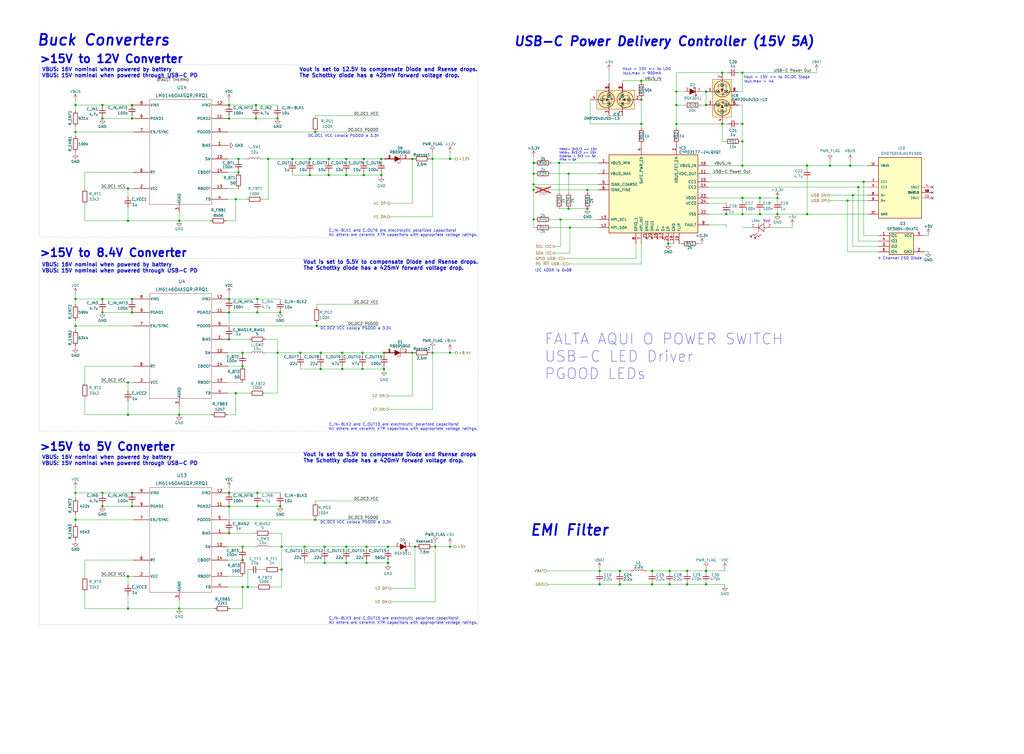
<source format=kicad_sch>
(kicad_sch (version 20250114) (generator "eeschema") (generator_version "9.0")
  (paper "User" 482.6 355.6)
  (rectangle (start 18.415 121.92) (end 225.425 203.2) (stroke (width 0) (type dot)))
  (rectangle (start 18.415 30.48) (end 225.425 111.76) (stroke (width 0) (type dot)))
  (rectangle (start 18.415 213.36) (end 225.425 294.64) (stroke (width 0) (type dot)))
  (text "Vout is set to 12.5V to compensate Diode and Rsense drops.\nThe Schottky diode has a 425mV forward voltage drop." (at 140.97 34.29 0) (effects (font (size 1.778 1.778) (thickness 0.3556) (bold yes)) (justify left)))
  (text "DC.DC1 VCC coloca PGOOD a 3.3V\n" (at 161.925 64.135 0) (effects (font (size 1.27 1.27))))
  (text ">15V to 12V Converter" (at 18.415 27.94 0) (effects (font (size 3.81 3.81) (thickness 0.762) (bold yes)) (justify left)))
  (text "C_IN-BLK1 and C_OUT6 are electrolytic polarized capacitors!\nAll others are ceramic X7R capacitors with appropriate voltage ratings." (at 154.94 109.855 0) (effects (font (size 1.27 1.27)) (justify left)))
  (text "VMAX= 3V3/2 => 15V\nVMIN= 3V3/2 => 15V\nICoarse = 3V3 => 5A\nIfine = 0A" (at 263.525 73.025 0) (effects (font (size 1.016 1.016)) (justify left)))
  (text "4 Channel ESD Diode" (at 424.18 121.92 0) (effects (font (size 1.27 1.27))))
  (text "VBUS: 16V nominal when powered by battery\nVBUS: 15V nominal when powered through USB-C PD\n" (at 19.685 34.29 0) (effects (font (size 1.778 1.778) (thickness 0.3556) (bold yes)) (justify left)))
  (text "C_IN-BLK3 and C_OUT15 are electrolytic polarized capacitors!\nAll others are ceramic X7R capacitors with appropriate voltage ratings." (at 154.94 292.735 0) (effects (font (size 1.27 1.27)) (justify left)))
  (text "DC.DC3 VCC coloca PGOOD a 3.3V\n" (at 167.64 246.38 0) (effects (font (size 1.27 1.27))))
  (text "I2C ADDR is 0x08" (at 252.095 127.635 0) (effects (font (size 1.27 1.27)) (justify left)))
  (text "Vout is set to 5.5V to compensate Diode and Rsense drops\nThe Schottky diode has a 420mV forward voltage drop." (at 142.875 215.9 0) (effects (font (size 1.778 1.778) (thickness 0.3556) (bold yes)) (justify left)))
  (text "FALTA AQUI O POWER SWITCH\nUSB-C LED Driver\nPGOOD LEDs" (at 256.54 168.275 0) (effects (font (size 5.08 5.08)) (justify left)))
  (text ">15V to 8.4V Converter" (at 18.415 119.38 0) (effects (font (size 3.81 3.81) (thickness 0.762) (bold yes)) (justify left)))
  (text "Vout is set to 5.5V to compensate Diode and Rsense drops.\nThe Schottky diode has a 425mV forward voltage drop." (at 142.875 125.095 0) (effects (font (size 1.778 1.778) (thickness 0.3556) (bold yes)) (justify left)))
  (text "Vout = 15V => to DC.DC Stage\nIout.max = 4A" (at 350.52 37.465 0) (effects (font (size 1.27 1.27)) (justify left)))
  (text "VBUS: 16V nominal when powered by battery\nVBUS: 15V nominal when powered through USB-C PD\n" (at 19.685 217.17 0) (effects (font (size 1.778 1.778) (thickness 0.3556) (bold yes)) (justify left)))
  (text "DC.DC2 VCC coloca PGOOD a 3.3V\n" (at 167.64 154.94 0) (effects (font (size 1.27 1.27))))
  (text ">15V to 5V Converter" (at 18.415 210.82 0) (effects (font (size 3.81 3.81) (thickness 0.762) (bold yes)) (justify left)))
  (text "C_IN-BLK2 and C_OUT10 are electrolytic polarized capacitors!\nAll others are ceramic X7R capacitors with appropriate voltage ratings." (at 154.94 201.295 0) (effects (font (size 1.27 1.27)) (justify left)))
  (text "Buck Converters" (at 17.145 19.05 0) (effects (font (size 5.08 5.08) (thickness 0.8636) (bold yes) (italic yes)) (justify left)))
  (text "USB-C Power Delivery Controller (15V 5A)\n" (at 241.935 19.685 0) (effects (font (size 4.318 4.318) (thickness 0.8636) (bold yes) (italic yes)) (justify left)))
  (text "VBUS: 16V nominal when powered by battery\nVBUS: 15V nominal when powered through USB-C PD\n" (at 19.685 126.365 0) (effects (font (size 1.778 1.778) (thickness 0.3556) (bold yes)) (justify left)))
  (text "Vout = 15V => to LDO\nIout.max = 900mA" (at 293.37 33.655 0) (effects (font (size 1.27 1.27)) (justify left)))
  (text "EMI Filter" (at 249.555 250.19 0) (effects (font (size 5.08 5.08) (thickness 0.8636) (bold yes) (italic yes)) (justify left)))
  (junction (at 380.365 78.105))
  (junction (at 114.3 264.16))
  (junction (at 35.56 245.11))
  (junction (at 154.94 82.55))
  (junction (at 170.815 166.37))
  (junction (at 112.395 81.28))
  (junction (at 121.285 238.76))
  (junction (at 318.77 49.53))
  (junction (at 151.13 166.37))
  (junction (at 267.97 98.425))
  (junction (at 62.23 232.41))
  (junction (at 60.325 180.34))
  (junction (at 146.05 82.55))
  (junction (at 153.035 265.43))
  (junction (at 182.88 265.43))
  (junction (at 35.56 49.53))
  (junction (at 171.45 74.93))
  (junction (at 60.325 88.9))
  (junction (at 84.455 104.14))
  (junction (at 143.51 257.81))
  (junction (at 161.29 166.37))
  (junction (at 267.97 81.915))
  (junction (at 194.31 74.93))
  (junction (at 179.705 74.93))
  (junction (at 302.26 58.42))
  (junction (at 163.195 82.55))
  (junction (at 114.3 172.72))
  (junction (at 35.56 232.41))
  (junction (at 163.195 257.81))
  (junction (at 62.23 140.97))
  (junction (at 132.08 238.76))
  (junction (at 114.3 166.37))
  (junction (at 251.46 81.915))
  (junction (at 120.65 55.88))
  (junction (at 401.955 92.075))
  (junction (at 276.86 89.535))
  (junction (at 60.325 104.14))
  (junction (at 212.09 74.93))
  (junction (at 251.46 86.995))
  (junction (at 349.885 93.345))
  (junction (at 120.65 49.53))
  (junction (at 391.16 78.105))
  (junction (at 48.26 147.32))
  (junction (at 349.885 78.105))
  (junction (at 349.885 34.29))
  (junction (at 35.56 62.23))
  (junction (at 126.365 74.93))
  (junction (at 149.225 153.67))
  (junction (at 251.46 89.535))
  (junction (at 349.885 66.675))
  (junction (at 332.74 275.59))
  (junction (at 205.105 257.81))
  (junction (at 332.74 43.18))
  (junction (at 107.95 160.02))
  (junction (at 380.365 100.965))
  (junction (at 132.715 268.605))
  (junction (at 340.36 58.42))
  (junction (at 180.975 166.37))
  (junction (at 148.59 62.23))
  (junction (at 107.95 238.76))
  (junction (at 121.285 232.41))
  (junction (at 315.595 269.24))
  (junction (at 84.455 287.02))
  (junction (at 116.84 276.86))
  (junction (at 307.34 275.59))
  (junction (at 48.26 140.97))
  (junction (at 170.815 173.99))
  (junction (at 263.525 76.835))
  (junction (at 182.88 257.81))
  (junction (at 111.125 93.98))
  (junction (at 107.95 147.32))
  (junction (at 48.26 55.88))
  (junction (at 332.74 269.24))
  (junction (at 114.3 257.81))
  (junction (at 323.85 269.24))
  (junction (at 366.395 93.345))
  (junction (at 48.26 232.41))
  (junction (at 302.26 46.99))
  (junction (at 180.975 173.99))
  (junction (at 60.325 195.58))
  (junction (at 268.605 107.315))
  (junction (at 212.09 257.81))
  (junction (at 121.285 147.32))
  (junction (at 163.195 265.43))
  (junction (at 60.325 271.78))
  (junction (at 154.94 74.93))
  (junction (at 400.685 78.105))
  (junction (at 137.795 74.93))
  (junction (at 62.23 49.53))
  (junction (at 195.58 257.81))
  (junction (at 111.125 185.42))
  (junction (at 62.23 238.76))
  (junction (at 130.81 166.37))
  (junction (at 114.3 276.86))
  (junction (at 282.575 269.24))
  (junction (at 161.29 173.99))
  (junction (at 407.035 85.725))
  (junction (at 148.59 245.11))
  (junction (at 366.395 100.965))
  (junction (at 358.14 93.345))
  (junction (at 163.195 74.93))
  (junction (at 282.575 275.59))
  (junction (at 340.36 34.29))
  (junction (at 276.86 98.425))
  (junction (at 292.1 269.24))
  (junction (at 48.26 238.76))
  (junction (at 107.95 140.97))
  (junction (at 194.31 166.37))
  (junction (at 48.26 49.53))
  (junction (at 62.23 147.32))
  (junction (at 151.13 173.99))
  (junction (at 62.23 55.88))
  (junction (at 130.81 55.88))
  (junction (at 318.77 43.18))
  (junction (at 179.705 82.55))
  (junction (at 399.415 94.615))
  (junction (at 203.835 74.93))
  (junction (at 404.495 88.265))
  (junction (at 121.285 140.97))
  (junction (at 112.395 74.93))
  (junction (at 349.885 58.42))
  (junction (at 315.595 275.59))
  (junction (at 153.035 257.81))
  (junction (at 314.96 114.935))
  (junction (at 212.09 166.37))
  (junction (at 84.455 195.58))
  (junction (at 302.26 38.1))
  (junction (at 358.14 100.965))
  (junction (at 251.46 103.505))
  (junction (at 132.715 257.81))
  (junction (at 332.74 49.53))
  (junction (at 292.1 275.59))
  (junction (at 107.95 232.41))
  (junction (at 132.08 147.32))
  (junction (at 107.95 251.46))
  (junction (at 342.265 100.965))
  (junction (at 323.85 275.59))
  (junction (at 264.16 103.505))
  (junction (at 35.56 153.67))
  (junction (at 349.885 100.965))
  (junction (at 251.46 76.835))
  (junction (at 141.605 166.37))
  (junction (at 107.95 55.88))
  (junction (at 146.05 74.93))
  (junction (at 307.34 269.24))
  (junction (at 172.72 257.81))
  (junction (at 35.56 140.97))
  (junction (at 60.325 287.02))
  (junction (at 171.45 82.55))
  (junction (at 318.77 58.42))
  (junction (at 203.835 166.37))
  (junction (at 107.95 49.53))
  (junction (at 172.72 265.43))
  (no_connect (at 439.42 93.345))
  (no_connect (at 439.42 88.265))
  (no_connect (at 439.42 90.805))
  (wire (pts (xy 267.97 81.915) (xy 281.94 81.915)))
  (wire (pts (xy 125.095 160.02) (xy 130.81 160.02)))
  (wire (pts (xy 107.315 93.98) (xy 111.125 93.98)))
  (wire (pts (xy 107.95 49.53) (xy 120.65 49.53)))
  (wire (pts (xy 341.63 267.97) (xy 341.63 269.24)))
  (wire (pts (xy 180.975 74.93) (xy 179.705 74.93)))
  (wire (pts (xy 62.23 141.605) (xy 62.23 140.97)))
  (wire (pts (xy 318.77 49.53) (xy 318.77 43.18)))
  (wire (pts (xy 314.96 114.935) (xy 317.5 114.935)))
  (wire (pts (xy 125.095 185.42) (xy 130.81 185.42)))
  (wire (pts (xy 114.3 166.37) (xy 117.475 166.37)))
  (wire (pts (xy 251.46 76.835) (xy 252.095 76.835)))
  (wire (pts (xy 399.415 118.745) (xy 399.415 94.615)))
  (wire (pts (xy 121.285 232.41) (xy 132.08 232.41)))
  (wire (pts (xy 292.1 274.955) (xy 292.1 275.59)))
  (wire (pts (xy 334.01 81.915) (xy 353.695 81.915)))
  (wire (pts (xy 259.715 107.315) (xy 268.605 107.315)))
  (wire (pts (xy 302.26 38.1) (xy 311.785 38.1)))
  (wire (pts (xy 132.715 257.81) (xy 132.715 268.605)))
  (wire (pts (xy 340.36 34.29) (xy 342.9 34.29)))
  (wire (pts (xy 276.86 89.535) (xy 276.86 90.805)))
  (wire (pts (xy 170.815 173.99) (xy 180.975 173.99)))
  (wire (pts (xy 358.14 99.695) (xy 358.14 100.965)))
  (wire (pts (xy 334.01 78.105) (xy 349.885 78.105)))
  (wire (pts (xy 125.095 166.37) (xy 130.81 166.37)))
  (wire (pts (xy 282.575 269.24) (xy 292.1 269.24)))
  (wire (pts (xy 111.125 93.98) (xy 111.125 104.14)))
  (wire (pts (xy 252.095 107.315) (xy 251.46 107.315)))
  (wire (pts (xy 203.835 166.37) (xy 203.835 193.04)))
  (wire (pts (xy 146.05 74.93) (xy 146.05 76.2)))
  (wire (pts (xy 349.885 78.105) (xy 380.365 78.105)))
  (wire (pts (xy 107.95 55.88) (xy 107.315 55.88)))
  (wire (pts (xy 35.56 138.43) (xy 35.56 140.97)))
  (wire (pts (xy 182.88 186.69) (xy 194.31 186.69)))
  (wire (pts (xy 183.515 95.885) (xy 194.31 95.885)))
  (wire (pts (xy 302.26 58.42) (xy 302.26 60.325)))
  (wire (pts (xy 116.84 268.605) (xy 116.84 276.86)))
  (wire (pts (xy 107.95 140.97) (xy 121.285 140.97)))
  (wire (pts (xy 111.125 185.42) (xy 111.125 195.58)))
  (wire (pts (xy 373.38 106.045) (xy 373.38 107.315)))
  (wire (pts (xy 349.885 66.675) (xy 349.25 66.675)))
  (wire (pts (xy 437.515 118.745) (xy 435.61 118.745)))
  (wire (pts (xy 322.58 49.53) (xy 318.77 49.53)))
  (wire (pts (xy 315.595 274.955) (xy 315.595 275.59)))
  (wire (pts (xy 132.08 140.97) (xy 132.08 141.605)))
  (wire (pts (xy 132.715 251.46) (xy 132.715 257.81)))
  (wire (pts (xy 358.14 93.345) (xy 358.14 94.615)))
  (wire (pts (xy 107.95 159.385) (xy 107.95 160.02)))
  (wire (pts (xy 251.46 86.995) (xy 281.94 86.995)))
  (wire (pts (xy 401.955 116.205) (xy 401.955 92.075)))
  (wire (pts (xy 358.14 100.965) (xy 366.395 100.965)))
  (wire (pts (xy 48.26 238.125) (xy 48.26 238.76)))
  (wire (pts (xy 35.56 245.11) (xy 35.56 242.57)))
  (wire (pts (xy 212.09 165.1) (xy 212.09 166.37)))
  (wire (pts (xy 62.865 153.67) (xy 35.56 153.67)))
  (wire (pts (xy 130.81 55.88) (xy 130.81 55.245)))
  (wire (pts (xy 107.315 140.97) (xy 107.95 140.97)))
  (wire (pts (xy 323.85 269.24) (xy 332.74 269.24)))
  (wire (pts (xy 35.56 140.97) (xy 35.56 143.51)))
  (wire (pts (xy 315.595 275.59) (xy 323.85 275.59)))
  (wire (pts (xy 332.74 267.97) (xy 332.74 269.24)))
  (wire (pts (xy 137.795 82.55) (xy 146.05 82.55)))
  (wire (pts (xy 107.315 276.86) (xy 114.3 276.86)))
  (wire (pts (xy 391.16 92.075) (xy 401.955 92.075)))
  (wire (pts (xy 107.315 62.23) (xy 148.59 62.23)))
  (wire (pts (xy 154.94 74.93) (xy 154.94 76.2)))
  (wire (pts (xy 35.56 245.11) (xy 35.56 247.015)))
  (wire (pts (xy 48.26 140.97) (xy 62.23 140.97)))
  (wire (pts (xy 318.77 58.42) (xy 318.77 60.325)))
  (wire (pts (xy 120.65 55.88) (xy 107.95 55.88)))
  (wire (pts (xy 182.88 257.81) (xy 186.055 257.81)))
  (wire (pts (xy 212.09 74.93) (xy 214.63 74.93)))
  (wire (pts (xy 148.59 245.11) (xy 178.435 245.11)))
  (wire (pts (xy 404.495 113.665) (xy 414.02 113.665)))
  (wire (pts (xy 161.29 166.37) (xy 161.29 167.64)))
  (wire (pts (xy 399.415 118.745) (xy 414.02 118.745)))
  (wire (pts (xy 251.46 86.995) (xy 251.46 89.535)))
  (wire (pts (xy 40.005 88.9) (xy 40.005 81.28)))
  (wire (pts (xy 148.59 236.22) (xy 178.435 236.22)))
  (wire (pts (xy 302.26 58.42) (xy 278.13 58.42)))
  (wire (pts (xy 349.885 93.345) (xy 349.885 94.615)))
  (wire (pts (xy 130.81 166.37) (xy 141.605 166.37)))
  (wire (pts (xy 163.195 265.43) (xy 172.72 265.43)))
  (wire (pts (xy 307.34 269.24) (xy 315.595 269.24)))
  (wire (pts (xy 107.315 271.78) (xy 114.3 271.78)))
  (wire (pts (xy 127.635 257.81) (xy 132.715 257.81)))
  (wire (pts (xy 84.455 195.58) (xy 84.455 191.77)))
  (wire (pts (xy 194.31 166.37) (xy 194.31 186.69)))
  (wire (pts (xy 107.95 238.76) (xy 107.315 238.76)))
  (wire (pts (xy 141.605 166.37) (xy 141.605 167.64)))
  (wire (pts (xy 35.56 62.23) (xy 35.56 59.69)))
  (wire (pts (xy 107.315 185.42) (xy 111.125 185.42)))
  (wire (pts (xy 391.16 75.565) (xy 391.16 78.105)))
  (wire (pts (xy 161.29 173.99) (xy 170.815 173.99)))
  (wire (pts (xy 48.26 49.53) (xy 62.23 49.53)))
  (wire (pts (xy 107.315 245.11) (xy 148.59 245.11)))
  (wire (pts (xy 107.95 146.05) (xy 107.95 147.32)))
  (wire (pts (xy 332.74 275.59) (xy 341.63 275.59)))
  (wire (pts (xy 35.56 49.53) (xy 48.26 49.53)))
  (wire (pts (xy 318.77 34.29) (xy 340.36 34.29)))
  (wire (pts (xy 349.885 100.965) (xy 358.14 100.965)))
  (wire (pts (xy 107.95 238.76) (xy 107.95 245.745)))
  (wire (pts (xy 106.68 104.14) (xy 111.125 104.14)))
  (wire (pts (xy 171.45 74.93) (xy 179.705 74.93)))
  (wire (pts (xy 48.26 232.41) (xy 48.26 233.045)))
  (wire (pts (xy 342.265 106.045) (xy 334.01 106.045)))
  (wire (pts (xy 35.56 71.755) (xy 35.56 72.39)))
  (wire (pts (xy 323.85 269.24) (xy 323.85 269.875)))
  (wire (pts (xy 40.005 180.34) (xy 40.005 172.72)))
  (wire (pts (xy 399.415 94.615) (xy 408.94 94.615)))
  (wire (pts (xy 114.3 172.085) (xy 114.3 172.72)))
  (wire (pts (xy 342.265 106.045) (xy 342.265 107.315)))
  (wire (pts (xy 114.3 258.445) (xy 114.3 257.81)))
  (wire (pts (xy 121.285 140.97) (xy 132.08 140.97)))
  (wire (pts (xy 437.515 110.49) (xy 437.515 111.125)))
  (wire (pts (xy 401.955 116.205) (xy 414.02 116.205)))
  (wire (pts (xy 60.325 184.15) (xy 60.325 180.34)))
  (wire (pts (xy 107.95 250.825) (xy 107.95 251.46)))
  (wire (pts (xy 182.88 265.43) (xy 182.88 266.065)))
  (wire (pts (xy 251.46 81.915) (xy 251.46 86.995)))
  (wire (pts (xy 302.26 46.99) (xy 302.26 58.42)))
  (wire (pts (xy 257.81 269.24) (xy 282.575 269.24)))
  (wire (pts (xy 107.315 172.72) (xy 114.3 172.72)))
  (wire (pts (xy 259.715 103.505) (xy 264.16 103.505)))
  (wire (pts (xy 121.285 147.32) (xy 132.08 147.32)))
  (wire (pts (xy 266.065 121.92) (xy 299.72 121.92)))
  (wire (pts (xy 268.605 107.315) (xy 281.94 107.315)))
  (wire (pts (xy 391.16 78.105) (xy 400.685 78.105)))
  (wire (pts (xy 62.865 232.41) (xy 62.23 232.41)))
  (wire (pts (xy 334.01 85.725) (xy 407.035 85.725)))
  (wire (pts (xy 149.225 143.51) (xy 178.435 143.51)))
  (wire (pts (xy 161.29 166.37) (xy 170.815 166.37)))
  (wire (pts (xy 349.885 58.42) (xy 349.885 66.675)))
  (wire (pts (xy 48.26 232.41) (xy 62.23 232.41)))
  (wire (pts (xy 282.575 275.59) (xy 292.1 275.59)))
  (wire (pts (xy 116.84 268.605) (xy 117.475 268.605)))
  (wire (pts (xy 401.955 92.075) (xy 408.94 92.075)))
  (wire (pts (xy 60.325 189.23) (xy 60.325 195.58)))
  (wire (pts (xy 212.09 71.755) (xy 212.09 74.93)))
  (wire (pts (xy 263.525 98.425) (xy 267.97 98.425)))
  (wire (pts (xy 349.885 34.29) (xy 384.81 34.29)))
  (wire (pts (xy 35.56 232.41) (xy 35.56 234.95)))
  (wire (pts (xy 153.035 257.81) (xy 163.195 257.81)))
  (wire (pts (xy 107.95 232.41) (xy 121.285 232.41)))
  (wire (pts (xy 299.72 114.935) (xy 299.72 121.92)))
  (wire (pts (xy 107.315 264.16) (xy 114.3 264.16)))
  (wire (pts (xy 380.365 78.105) (xy 391.16 78.105)))
  (wire (pts (xy 151.13 166.37) (xy 161.29 166.37)))
  (wire (pts (xy 293.37 38.1) (xy 302.26 38.1)))
  (wire (pts (xy 107.315 160.02) (xy 107.95 160.02)))
  (wire (pts (xy 121.285 238.125) (xy 121.285 238.76)))
  (wire (pts (xy 132.715 268.605) (xy 132.715 276.86)))
  (wire (pts (xy 35.56 232.41) (xy 48.26 232.41)))
  (wire (pts (xy 304.8 269.24) (xy 307.34 269.24)))
  (wire (pts (xy 112.395 80.645) (xy 112.395 81.28)))
  (wire (pts (xy 267.97 124.46) (xy 302.26 124.46)))
  (wire (pts (xy 141.605 173.99) (xy 141.605 172.72)))
  (wire (pts (xy 62.865 140.97) (xy 62.23 140.97)))
  (wire (pts (xy 203.835 74.93) (xy 203.835 102.235)))
  (wire (pts (xy 146.05 82.55) (xy 154.94 82.55)))
  (wire (pts (xy 194.31 74.93) (xy 194.31 95.885)))
  (wire (pts (xy 193.675 166.37) (xy 194.31 166.37)))
  (wire (pts (xy 107.95 229.87) (xy 107.95 232.41)))
  (wire (pts (xy 107.95 46.99) (xy 107.95 49.53)))
  (wire (pts (xy 107.315 251.46) (xy 107.95 251.46)))
  (wire (pts (xy 179.705 82.55) (xy 179.705 81.28)))
  (wire (pts (xy 107.95 138.43) (xy 107.95 140.97)))
  (wire (pts (xy 332.74 274.955) (xy 332.74 275.59)))
  (wire (pts (xy 35.56 140.97) (xy 48.26 140.97)))
  (wire (pts (xy 84.455 195.58) (xy 99.695 195.58)))
  (wire (pts (xy 120.65 49.53) (xy 120.65 50.165)))
  (wire (pts (xy 315.595 269.24) (xy 323.85 269.24)))
  (wire (pts (xy 107.315 232.41) (xy 107.95 232.41)))
  (wire (pts (xy 132.08 238.76) (xy 132.08 238.125)))
  (wire (pts (xy 278.13 58.42) (xy 278.13 46.99)))
  (wire (pts (xy 141.605 173.99) (xy 151.13 173.99)))
  (wire (pts (xy 282.575 269.24) (xy 282.575 269.875)))
  (wire (pts (xy 121.285 232.41) (xy 121.285 233.045)))
  (wire (pts (xy 202.565 166.37) (xy 203.835 166.37)))
  (wire (pts (xy 276.86 89.535) (xy 281.94 89.535)))
  (wire (pts (xy 407.035 85.725) (xy 408.94 85.725)))
  (wire (pts (xy 120.65 55.245) (xy 120.65 55.88)))
  (wire (pts (xy 205.105 255.905) (xy 205.105 257.81)))
  (wire (pts (xy 107.95 147.32) (xy 107.315 147.32)))
  (wire (pts (xy 251.46 89.535) (xy 252.095 89.535)))
  (wire (pts (xy 132.08 232.41) (xy 132.08 233.045)))
  (wire (pts (xy 35.56 254.635) (xy 35.56 255.27)))
  (wire (pts (xy 205.105 257.81) (xy 212.09 257.81)))
  (wire (pts (xy 171.45 81.28) (xy 171.45 82.55)))
  (wire (pts (xy 322.58 43.18) (xy 318.77 43.18)))
  (wire (pts (xy 143.51 265.43) (xy 143.51 264.16)))
  (wire (pts (xy 62.23 54.61) (xy 62.23 55.88)))
  (wire (pts (xy 205.105 257.81) (xy 205.105 283.845)))
  (wire (pts (xy 107.315 88.9) (xy 112.395 88.9)))
  (wire (pts (xy 332.74 269.24) (xy 341.63 269.24)))
  (wire (pts (xy 48.26 238.76) (xy 62.23 238.76)))
  (wire (pts (xy 171.45 82.55) (xy 179.705 82.55)))
  (wire (pts (xy 182.88 265.43) (xy 182.88 264.16)))
  (wire (pts (xy 148.59 236.22) (xy 148.59 236.855)))
  (wire (pts (xy 307.34 274.955) (xy 307.34 275.59)))
  (wire (pts (xy 179.705 74.93) (xy 179.705 76.2)))
  (wire (pts (xy 48.26 147.32) (xy 62.23 147.32)))
  (wire (pts (xy 334.01 95.885) (xy 342.265 95.885)))
  (wire (pts (xy 292.1 275.59) (xy 307.34 275.59)))
  (wire (pts (xy 40.005 195.58) (xy 60.325 195.58)))
  (wire (pts (xy 48.26 49.53) (xy 48.26 50.165)))
  (wire (pts (xy 293.37 38.1) (xy 293.37 39.37)))
  (wire (pts (xy 107.315 257.81) (xy 114.3 257.81)))
  (wire (pts (xy 179.705 82.55) (xy 179.705 83.185)))
  (wire (pts (xy 380.365 100.965) (xy 408.94 100.965)))
  (wire (pts (xy 62.23 238.76) (xy 62.865 238.76)))
  (wire (pts (xy 35.56 163.195) (xy 35.56 163.83)))
  (wire (pts (xy 180.975 166.37) (xy 180.975 167.64)))
  (wire (pts (xy 437.515 111.125) (xy 435.61 111.125)))
  (wire (pts (xy 349.885 34.29) (xy 347.98 34.29)))
  (wire (pts (xy 154.94 81.28) (xy 154.94 82.55)))
  (wire (pts (xy 62.23 55.88) (xy 62.865 55.88)))
  (wire (pts (xy 84.455 287.02) (xy 100.965 287.02)))
  (wire (pts (xy 349.885 58.42) (xy 349.885 49.53)))
  (wire (pts (xy 107.315 153.67) (xy 149.225 153.67)))
  (wire (pts (xy 62.865 245.11) (xy 35.56 245.11)))
  (wire (pts (xy 342.9 58.42) (xy 340.36 58.42)))
  (wire (pts (xy 107.95 160.02) (xy 117.475 160.02)))
  (wire (pts (xy 315.595 269.24) (xy 315.595 269.875)))
  (wire (pts (xy 114.3 276.86) (xy 116.84 276.86)))
  (wire (pts (xy 194.945 257.81) (xy 195.58 257.81)))
  (wire (pts (xy 302.26 46.355) (xy 302.26 46.99)))
  (wire (pts (xy 143.51 257.81) (xy 143.51 259.08)))
  (wire (pts (xy 172.72 264.16) (xy 172.72 265.43)))
  (wire (pts (xy 195.58 257.81) (xy 195.58 277.495)))
  (wire (pts (xy 127.635 251.46) (xy 132.715 251.46)))
  (wire (pts (xy 380.365 79.375) (xy 380.365 78.105)))
  (wire (pts (xy 62.23 237.49) (xy 62.23 238.76)))
  (wire (pts (xy 107.95 147.32) (xy 121.285 147.32)))
  (wire (pts (xy 146.05 74.93) (xy 154.94 74.93)))
  (wire (pts (xy 121.285 146.685) (xy 121.285 147.32)))
  (wire (pts (xy 112.395 75.565) (xy 112.395 74.93)))
  (wire (pts (xy 342.265 100.965) (xy 349.885 100.965)))
  (wire (pts (xy 121.285 238.76) (xy 132.08 238.76)))
  (wire (pts (xy 114.3 167.005) (xy 114.3 166.37)))
  (wire (pts (xy 60.325 88.9) (xy 62.865 88.9)))
  (wire (pts (xy 163.195 82.55) (xy 171.45 82.55)))
  (wire (pts (xy 40.005 287.02) (xy 40.005 279.4)))
  (wire (pts (xy 184.15 283.845) (xy 205.105 283.845)))
  (wire (pts (xy 107.95 147.32) (xy 107.95 154.305)))
  (wire (pts (xy 212.09 256.54) (xy 212.09 257.81)))
  (wire (pts (xy 263.525 76.835) (xy 281.94 76.835)))
  (wire (pts (xy 35.56 153.67) (xy 35.56 155.575)))
  (wire (pts (xy 107.315 180.34) (xy 114.3 180.34)))
  (wire (pts (xy 163.195 81.28) (xy 163.195 82.55)))
  (wire (pts (xy 148.59 54.61) (xy 178.435 54.61)))
  (wire (pts (xy 40.005 271.78) (xy 40.005 264.16)))
  (wire (pts (xy 407.035 111.125) (xy 414.02 111.125)))
  (wire (pts (xy 148.59 244.475) (xy 148.59 245.11)))
  (wire (pts (xy 307.34 269.24) (xy 307.34 269.875)))
  (wire (pts (xy 251.46 103.505) (xy 252.095 103.505)))
  (wire (pts (xy 323.85 275.59) (xy 332.74 275.59)))
  (wire (pts (xy 149.225 153.67) (xy 178.435 153.67)))
  (wire (pts (xy 60.325 280.67) (xy 60.325 287.02)))
  (wire (pts (xy 116.84 276.86) (xy 120.65 276.86)))
  (wire (pts (xy 340.36 66.675) (xy 340.36 58.42)))
  (wire (pts (xy 107.315 74.93) (xy 112.395 74.93)))
  (wire (pts (xy 171.45 74.93) (xy 171.45 76.2)))
  (wire (pts (xy 47.625 180.34) (xy 60.325 180.34)))
  (wire (pts (xy 111.125 185.42) (xy 117.475 185.42)))
  (wire (pts (xy 84.455 104.14) (xy 99.06 104.14)))
  (wire (pts (xy 60.325 271.78) (xy 62.865 271.78)))
  (wire (pts (xy 112.395 74.93) (xy 116.205 74.93)))
  (wire (pts (xy 268.605 107.315) (xy 268.605 119.38)))
  (wire (pts (xy 259.715 81.915) (xy 267.97 81.915)))
  (wire (pts (xy 307.34 275.59) (xy 315.595 275.59)))
  (wire (pts (xy 60.325 180.34) (xy 62.865 180.34)))
  (wire (pts (xy 130.81 49.53) (xy 130.81 50.165)))
  (wire (pts (xy 349.885 93.345) (xy 358.14 93.345)))
  (wire (pts (xy 62.23 147.32) (xy 62.865 147.32)))
  (wire (pts (xy 332.74 269.24) (xy 332.74 269.875)))
  (wire (pts (xy 203.835 74.93) (xy 212.09 74.93)))
  (wire (pts (xy 332.74 43.18) (xy 331.47 43.18)))
  (wire (pts (xy 292.1 269.24) (xy 292.1 269.875)))
  (wire (pts (xy 62.865 62.23) (xy 35.56 62.23)))
  (wire (pts (xy 84.455 287.02) (xy 84.455 283.21)))
  (wire (pts (xy 282.575 267.97) (xy 282.575 269.24)))
  (wire (pts (xy 282.575 274.955) (xy 282.575 275.59)))
  (wire (pts (xy 170.815 166.37) (xy 180.975 166.37)))
  (wire (pts (xy 108.585 287.02) (xy 114.3 287.02)))
  (wire (pts (xy 203.835 164.465) (xy 203.835 166.37)))
  (wire (pts (xy 184.15 277.495) (xy 195.58 277.495)))
  (wire (pts (xy 183.515 102.235) (xy 203.835 102.235)))
  (wire (pts (xy 203.835 166.37) (xy 212.09 166.37)))
  (wire (pts (xy 293.37 54.61) (xy 287.02 54.61)))
  (wire (pts (xy 404.495 88.265) (xy 408.94 88.265)))
  (wire (pts (xy 60.325 104.14) (xy 84.455 104.14)))
  (wire (pts (xy 143.51 257.81) (xy 153.035 257.81)))
  (wire (pts (xy 126.365 74.93) (xy 126.365 93.98)))
  (wire (pts (xy 259.715 76.835) (xy 263.525 76.835)))
  (wire (pts (xy 349.885 49.53) (xy 347.98 49.53)))
  (wire (pts (xy 212.09 257.81) (xy 213.995 257.81)))
  (wire (pts (xy 60.325 97.79) (xy 60.325 104.14)))
  (wire (pts (xy 62.23 146.685) (xy 62.23 147.32)))
  (wire (pts (xy 404.495 113.665) (xy 404.495 88.265)))
  (wire (pts (xy 318.77 43.18) (xy 318.77 34.29)))
  (wire (pts (xy 259.715 89.535) (xy 276.86 89.535)))
  (wire (pts (xy 114.3 276.86) (xy 114.3 287.02)))
  (wire (pts (xy 163.195 257.81) (xy 172.72 257.81)))
  (wire (pts (xy 349.885 58.42) (xy 347.98 58.42)))
  (wire (pts (xy 391.16 94.615) (xy 399.415 94.615)))
  (wire (pts (xy 172.72 257.81) (xy 172.72 259.08)))
  (wire (pts (xy 261.62 116.205) (xy 264.16 116.205)))
  (wire (pts (xy 195.58 257.81) (xy 196.215 257.81)))
  (wire (pts (xy 264.16 103.505) (xy 281.94 103.505)))
  (wire (pts (xy 341.63 66.675) (xy 340.36 66.675)))
  (wire (pts (xy 358.14 93.345) (xy 366.395 93.345)))
  (wire (pts (xy 363.855 107.315) (xy 373.38 107.315)))
  (wire (pts (xy 366.395 93.345) (xy 366.395 94.615)))
  (wire (pts (xy 141.605 166.37) (xy 151.13 166.37)))
  (wire (pts (xy 267.97 98.425) (xy 276.86 98.425)))
  (wire (pts (xy 40.005 264.16) (xy 62.865 264.16)))
  (wire (pts (xy 60.325 92.71) (xy 60.325 88.9)))
  (wire (pts (xy 400.685 78.105) (xy 408.94 78.105)))
  (wire (pts (xy 302.26 114.935) (xy 302.26 124.46)))
  (wire (pts (xy 151.13 173.99) (xy 161.29 173.99)))
  (wire (pts (xy 48.26 55.245) (xy 48.26 55.88)))
  (wire (pts (xy 172.72 257.81) (xy 182.88 257.81)))
  (wire (pts (xy 334.01 88.265) (xy 404.495 88.265)))
  (wire (pts (xy 193.675 74.93) (xy 194.31 74.93)))
  (wire (pts (xy 400.685 75.565) (xy 400.685 78.105)))
  (wire (pts (xy 182.88 257.81) (xy 182.88 259.08)))
  (wire (pts (xy 251.46 76.835) (xy 251.46 81.915)))
  (wire (pts (xy 132.715 257.81) (xy 143.51 257.81)))
  (wire (pts (xy 40.005 287.02) (xy 60.325 287.02)))
  (wire (pts (xy 384.81 33.02) (xy 384.81 34.29)))
  (wire (pts (xy 366.395 100.965) (xy 380.365 100.965)))
  (wire (pts (xy 107.95 237.49) (xy 107.95 238.76)))
  (wire (pts (xy 40.005 195.58) (xy 40.005 187.96)))
  (wire (pts (xy 366.395 99.695) (xy 366.395 100.965)))
  (wire (pts (xy 172.72 265.43) (xy 182.88 265.43)))
  (wire (pts (xy 126.365 74.93) (xy 137.795 74.93)))
  (wire (pts (xy 149.225 143.51) (xy 149.225 144.78)))
  (wire (pts (xy 251.46 107.315) (xy 251.46 103.505)))
  (wire (pts (xy 163.195 257.81) (xy 163.195 259.08)))
  (wire (pts (xy 251.46 73.66) (xy 251.46 76.835)))
  (wire (pts (xy 180.975 173.99) (xy 180.975 174.625)))
  (wire (pts (xy 180.975 173.99) (xy 180.975 172.72)))
  (wire (pts (xy 123.825 74.93) (xy 126.365 74.93)))
  (wire (pts (xy 194.31 166.37) (xy 194.945 166.37)))
  (wire (pts (xy 111.125 93.98) (xy 116.205 93.98)))
  (wire (pts (xy 194.31 74.93) (xy 194.945 74.93)))
  (wire (pts (xy 126.365 93.98) (xy 123.825 93.98)))
  (wire (pts (xy 334.01 100.965) (xy 342.265 100.965)))
  (wire (pts (xy 124.46 268.605) (xy 122.555 268.605)))
  (wire (pts (xy 149.225 152.4) (xy 149.225 153.67)))
  (wire (pts (xy 323.85 274.955) (xy 323.85 275.59)))
  (wire (pts (xy 349.885 107.315) (xy 353.695 107.315)))
  (wire (pts (xy 153.035 265.43) (xy 163.195 265.43)))
  (wire (pts (xy 120.65 55.88) (xy 130.81 55.88)))
  (wire (pts (xy 107.95 251.46) (xy 120.015 251.46)))
  (wire (pts (xy 170.815 172.72) (xy 170.815 173.99)))
  (wire (pts (xy 332.74 49.53) (xy 330.2 49.53)))
  (wire (pts (xy 380.365 84.455) (xy 380.365 100.965)))
  (wire (pts (xy 132.08 147.32) (xy 132.08 146.685)))
  (wire (pts (xy 349.885 66.675) (xy 349.885 78.105)))
  (wire (pts (xy 60.325 195.58) (xy 84.455 195.58)))
  (wire (pts (xy 257.81 275.59) (xy 282.575 275.59)))
  (wire (pts (xy 107.95 238.76) (xy 121.285 238.76)))
  (wire (pts (xy 261.62 119.38) (xy 268.605 119.38)))
  (wire (pts (xy 407.035 85.725) (xy 407.035 111.125)))
  (wire (pts (xy 143.51 265.43) (xy 153.035 265.43)))
  (wire (pts (xy 334.01 93.345) (xy 349.885 93.345)))
  (wire (pts (xy 121.285 140.97) (xy 121.285 141.605)))
  (wire (pts (xy 107.315 49.53) (xy 107.95 49.53)))
  (wire (pts (xy 132.08 268.605) (xy 132.715 268.605)))
  (wire (pts (xy 151.13 166.37) (xy 151.13 167.64)))
  (wire (pts (xy 60.325 275.59) (xy 60.325 271.78)))
  (wire (pts (xy 35.56 46.99) (xy 35.56 49.53)))
  (wire (pts (xy 35.56 49.53) (xy 35.56 52.07)))
  (wire (pts (xy 48.26 55.88) (xy 62.23 55.88)))
  (wire (pts (xy 62.865 49.53) (xy 62.23 49.53)))
  (wire (pts (xy 202.565 74.93) (xy 203.835 74.93)))
  (wire (pts (xy 84.455 104.14) (xy 84.455 100.33)))
  (wire (pts (xy 320.04 114.935) (xy 321.31 114.935)))
  (wire (pts (xy 302.26 38.1) (xy 302.26 38.735)))
  (wire (pts (xy 263.525 76.835) (xy 263.525 90.805)))
  (wire (pts (xy 146.05 82.55) (xy 146.05 81.28)))
  (wire (pts (xy 40.005 81.28) (xy 62.865 81.28)))
  (wire (pts (xy 154.94 82.55) (xy 163.195 82.55)))
  (wire (pts (xy 47.625 271.78) (xy 60.325 271.78)))
  (wire (pts (xy 341.63 275.59) (xy 341.63 276.225)))
  (wire (pts (xy 287.02 33.02) (xy 287.02 39.37)))
  (wire (pts (xy 128.27 276.86) (xy 132.715 276.86)))
  (wire (pts (xy 154.94 74.93) (xy 163.195 74.93)))
  (wire (pts (xy 35.56 229.87) (xy 35.56 232.41)))
  (wire (pts (xy 163.195 264.16) (xy 163.195 265.43)))
  (wire (pts (xy 251.46 81.915) (xy 252.095 81.915)))
  (wire (pts (xy 151.13 172.72) (xy 151.13 173.99)))
  (wire (pts (xy 328.93 114.935) (xy 330.835 114.935)))
  (wire (pts (xy 153.035 257.81) (xy 153.035 259.08)))
  (wire (pts (xy 114.3 263.525) (xy 114.3 264.16)))
  (wire (pts (xy 264.16 103.505) (xy 264.16 116.205)))
  (wire (pts (xy 107.315 195.58) (xy 111.125 195.58)))
  (wire (pts (xy 137.795 74.93) (xy 146.05 74.93)))
  (wire (pts (xy 114.3 257.81) (xy 120.015 257.81)))
  (wire (pts (xy 47.625 88.9) (xy 60.325 88.9)))
  (wire (pts (xy 60.325 287.02) (xy 84.455 287.02)))
  (wire (pts (xy 318.77 58.42) (xy 318.77 49.53)))
  (wire (pts (xy 107.95 54.61) (xy 107.95 55.88)))
  (wire (pts (xy 130.81 166.37) (xy 130.81 185.42)))
  (wire (pts (xy 137.795 74.93) (xy 137.795 76.2)))
  (wire (pts (xy 292.1 269.24) (xy 297.18 269.24)))
  (wire (pts (xy 35.56 153.67) (xy 35.56 151.13)))
  (wire (pts (xy 161.29 172.72) (xy 161.29 173.99)))
  (wire (pts (xy 267.97 81.915) (xy 267.97 90.805)))
  (wire (pts (xy 107.315 166.37) (xy 114.3 166.37)))
  (wire (pts (xy 251.46 89.535) (xy 251.46 103.505)))
  (wire (pts (xy 48.26 146.685) (xy 48.26 147.32)))
  (wire (pts (xy 332.74 49.53) (xy 332.74 43.18)))
  (wire (pts (xy 40.005 172.72) (xy 62.865 172.72)))
  (wire (pts (xy 349.885 43.18) (xy 349.885 34.29)))
  (wire (pts (xy 148.59 62.23) (xy 178.435 62.23)))
  (wire (pts (xy 212.09 166.37) (xy 214.63 166.37)))
  (wire (pts (xy 340.36 58.42) (xy 318.77 58.42)))
  (wire (pts (xy 153.035 264.16) (xy 153.035 265.43)))
  (wire (pts (xy 107.315 81.28) (xy 112.395 81.28)))
  (wire (pts (xy 48.26 140.97) (xy 48.26 141.605)))
  (wire (pts (xy 163.195 74.93) (xy 171.45 74.93)))
  (wire (pts (xy 35.56 62.23) (xy 35.56 64.135)))
  (wire (pts (xy 120.65 49.53) (xy 130.81 49.53)))
  (wire (pts (xy 349.885 99.695) (xy 349.885 100.965)))
  (wire (pts (xy 40.005 104.14) (xy 60.325 104.14)))
  (wire (pts (xy 182.88 193.04) (xy 203.835 193.04)))
  (wire (pts (xy 347.98 43.18) (xy 349.885 43.18)))
  (wire (pts (xy 137.795 81.28) (xy 137.795 82.55)))
  (wire (pts (xy 203.835 257.81) (xy 205.105 257.81)))
  (wire (pts (xy 130.81 160.02) (xy 130.81 166.37)))
  (wire (pts (xy 40.005 104.14) (xy 40.005 96.52)))
  (wire (pts (xy 203.835 71.755) (xy 203.835 74.93)))
  (wire (pts (xy 163.195 74.93) (xy 163.195 76.2)))
  (wire (pts (xy 170.815 166.37) (xy 170.815 167.64)))
  (label "DC.DC2 VCC" (at 178.435 143.51 180))
  (label "DC.DC1 VCC" (at 178.435 54.61 180))
  (label "DC.DC2 PGOOD" (at 178.435 153.67 180))
  (label "DC.DC3 VCC" (at 178.435 236.22 180))
  (label "DC.DC3 VCC" (at 47.625 271.78 0))
  (label "3~{FAULT} THERMO" (at 73.66 38.735 0))
  (label "VBUS_IN" (at 336.55 78.105 0))
  (label "DC.DC1 PGOOD" (at 178.435 62.23 180))
  (label "DC.DC2 VCC" (at 47.625 180.34 0))
  (label "USB-C Power Out" (at 353.695 81.915 180))
  (label "DC.DC3 PGOOD" (at 178.435 245.11 180))
  (label "VBUS_IN" (at 311.785 38.1 180))
  (label "DC.DC1 VCC" (at 47.625 88.9 0))
  (label "USB-C Power Out" (at 382.27 34.29 180))
  (hierarchical_label "PD ~{INT} USB-C" (shape input) (at 267.97 124.46 180))
  (hierarchical_label "V2 DN" (shape output) (at 182.88 193.04 180))
  (hierarchical_label "GND" (shape output) (at 257.81 275.59 180))
  (hierarchical_label "GPIO USB-C" (shape input) (at 266.065 121.92 180))
  (hierarchical_label "SDA I2C" (shape bidirectional) (at 261.62 119.38 180))
  (hierarchical_label "USB DP" (shape bidirectional) (at 391.16 94.615 180))
  (hierarchical_label "+12V" (shape output) (at 214.63 74.93 0))
  (hierarchical_label "SCL I2C" (shape bidirectional) (at 261.62 116.205 180))
  (hierarchical_label "V2 DP" (shape output) (at 182.88 186.69 180))
  (hierarchical_label "V1 DN" (shape output) (at 183.515 102.235 180))
  (hierarchical_label "V3 DN" (shape output) (at 184.15 283.845 180))
  (hierarchical_label "VBAT" (shape input) (at 257.81 269.24 180))
  (hierarchical_label "V1 DP" (shape output) (at 183.515 95.885 180))
  (hierarchical_label "+8.4V" (shape output) (at 214.63 166.37 0))
  (hierarchical_label "+5V" (shape output) (at 213.995 257.81 0))
  (hierarchical_label "USB DN" (shape bidirectional) (at 391.16 92.075 180))
  (hierarchical_label "V3 DP" (shape output) (at 184.15 277.495 180))
  (symbol (lib_id "Device:C_Small") (at 137.795 78.74 0) (mirror y) (unit 1)
    (property "Reference" "C_OUT1" (at 137.795 76.835 0) (effects (justify left)))
    (property "Value" "1u" (at 136.525 80.01 0) (effects (justify left)))
    (property "Footprint" "Capacitor-0603:Capacitor_0603" (effects (hide yes)))
    (property "Description" "Unpolarized capacitor, small symbol" (effects (hide yes)))
  )
  (symbol (lib_id "Device:C_Small") (at 112.395 78.105 0) (unit 1)
    (property "Reference" "C_BT1" (at 104.775 76.835 0) (effects (justify left)))
    (property "Value" "100n" (at 104.775 78.74 0) (effects (justify left)))
    (property "Footprint" "Capacitor-0402:Capacitor_0402" (effects (hide yes)))
    (property "Description" "Unpolarized capacitor, small symbol" (effects (hide yes)))
  )
  (symbol (lib_id "Device:C_Small") (at 62.23 144.145 0) (mirror y) (unit 1)
    (property "Reference" "C_IN_HFI3" (at 60.325 142.875 0) (effects (justify left)))
    (property "Value" "100n" (at 60.325 145.415 0) (effects (justify left)))
    (property "Footprint" "Capacitor-0402:Capacitor_0402" (effects (hide yes)))
    (property "Description" "Unpolarized capacitor, small symbol" (effects (hide yes)))
  )
  (symbol (lib_id "power:GND") (at 84.455 104.14 0) (unit 1)
    (property "Reference" "#PWR070" (effects (hide yes)))
    (property "Value" "GND" (at 84.455 107.95 0))
    (property "Description" "Power symbol creates a global label with name \"GND\" , ground" (effects (hide yes)))
  )
  (symbol (lib_id "Device:L") (at 123.825 257.81 90) (unit 1)
    (property "Reference" "L_SW3" (at 123.825 254 90))
    (property "Value" "15u" (at 123.825 255.905 90))
    (property "Footprint" "Inductor-10.1x10:Inductor_10.1x10" (effects (hide yes)))
    (property "Description" "Inductor" (effects (hide yes)))
  )
  (symbol (lib_id "Device:C_Small") (at 345.44 34.29 270) (mirror x) (unit 1)
    (property "Reference" "C20" (at 343.535 29.21 90) (effects (justify left)))
    (property "Value" "1u" (at 344.17 31.115 90) (effects (justify left)))
    (property "Footprint" "Capacitor-0603:Capacitor_0603" (effects (hide yes)))
    (property "Description" "Unpolarized capacitor, small symbol" (effects (hide yes)))
  )
  (symbol (lib_id "Device:R") (at 40.005 275.59 0) (mirror x) (unit 1)
    (property "Reference" "R_RT3" (at 41.91 274.32 0) (effects (justify left)))
    (property "Value" "33k2" (at 41.91 276.86 0) (effects (justify left)))
    (property "Footprint" "Resistor-0603:RES_0603" (effects (hide yes)))
    (property "Description" "Resistor" (effects (hide yes)))
  )
  (symbol (lib_id "power:+5V") (at 212.09 165.1 0) (unit 1)
    (property "Reference" "#PWR0120" (effects (hide yes)))
    (property "Value" "+8.4V" (at 212.09 160.655 0))
    (property "Description" "Power symbol creates a global label with name \"+5V\"" (effects (hide yes)))
  )
  (symbol (lib_id "Device:C_Small") (at 172.72 261.62 0) (mirror y) (unit 1)
    (property "Reference" "C_OUT14" (at 172.085 259.715 0) (effects (justify left)))
    (property "Value" "22u" (at 171.45 262.89 0) (effects (justify left)))
    (property "Footprint" "Capacitor-0805:Capacitor_0805" (effects (hide yes)))
    (property "Description" "Unpolarized capacitor, small symbol" (effects (hide yes)))
  )
  (symbol (lib_id "power:VBUS") (at 107.95 138.43 0) (unit 1)
    (property "Reference" "#PWR077" (effects (hide yes)))
    (property "Value" "VDC" (at 107.95 134.62 0))
    (property "Description" "Power symbol creates a global label with name \"VBUS\"" (effects (hide yes)))
  )
  (symbol (lib_id "Device:R") (at 35.56 55.88 0) (mirror x) (unit 1)
    (property "Reference" "R_ENT1" (at 33.02 52.07 90) (effects (justify left)))
    (property "Value" "931k" (at 36.83 55.88 0) (effects (justify left)))
    (property "Footprint" "Resistor-0603:RES_0603" (effects (hide yes)))
    (property "Description" "Resistor" (effects (hide yes)))
  )
  (symbol (lib_id "power:PWR_FLAG") (at 203.835 164.465 0) (unit 1)
    (property "Reference" "#FLG07" (effects (hide yes)))
    (property "Value" "PWR_FLAG" (at 203.835 160.655 0))
    (property "Description" "Special symbol for telling ERC where power comes from" (effects (hide yes)))
  )
  (symbol (lib_id "Device:C_Small") (at 380.365 81.915 0) (mirror y) (unit 1)
    (property "Reference" "C22" (at 378.46 80.645 0) (effects (justify left)))
    (property "Value" "4.7u" (at 378.46 83.185 0) (effects (justify left)))
    (property "Footprint" "Capacitor-1206:Capacitor_1206" (effects (hide yes)))
    (property "Description" "Unpolarized capacitor, small symbol" (effects (hide yes)))
  )
  (symbol (lib_id "Device:R") (at 121.285 185.42 270) (mirror x) (unit 1)
    (property "Reference" "R_FBT2" (at 118.11 180.975 90) (effects (justify left)))
    (property "Value" "100K" (at 118.745 182.88 90) (effects (justify left)))
    (property "Footprint" "Resistor-0603:RES_0603" (effects (hide yes)))
    (property "Description" "Resistor" (effects (hide yes)))
  )
  (symbol (lib_id "Device:C_Small") (at 130.81 52.705 0) (unit 1)
    (property "Reference" "C_IN-BLK1" (at 132.715 50.8 0) (effects (justify left)))
    (property "Value" "10u" (at 132.715 53.34 0) (effects (justify left)))
    (property "Footprint" "Capacitor-4mm:Capacitor_4mm" (effects (hide yes)))
    (property "Description" "Unpolarized capacitor, small symbol" (effects (hide yes)))
  )
  (symbol (lib_id "Device:C_Small") (at 107.95 234.95 0) (unit 1)
    (property "Reference" "C_IN_HFI6" (at 109.855 233.68 0) (effects (justify left)))
    (property "Value" "100n" (at 109.855 236.22 0) (effects (justify left)))
    (property "Footprint" "Capacitor-0402:Capacitor_0402" (effects (hide yes)))
    (property "Description" "Unpolarized capacitor, small symbol" (effects (hide yes)))
  )
  (symbol (lib_id "Device:C_Small") (at 282.575 272.415 0) (unit 1)
    (property "Reference" "C10" (at 286.385 271.145 0))
    (property "Value" "2.2u" (at 286.385 273.05 0))
    (property "Footprint" "Capacitor-1206:Capacitor_1206" (effects (hide yes)))
    (property "Description" "Unpolarized capacitor, small symbol" (effects (hide yes)))
  )
  (symbol (lib_id "Device:C_Small") (at 323.85 272.415 0) (unit 1)
    (property "Reference" "C29" (at 328.295 271.145 0))
    (property "Value" "470n" (at 328.295 273.05 0))
    (property "Footprint" "Capacitor-1206:Capacitor_1206" (effects (hide yes)))
    (property "Description" "Unpolarized capacitor, small symbol" (effects (hide yes)))
  )
  (symbol (lib_id "Device:R") (at 255.905 107.315 270) (mirror x) (unit 1)
    (property "Reference" "R44" (at 254 107.315 90) (effects (justify left)))
    (property "Value" "2k" (at 254.635 109.22 90) (effects (justify left)))
    (property "Footprint" "Resistor-0402:RES_0402" (effects (hide yes)))
    (property "Description" "Resistor" (effects (hide yes)))
  )
  (symbol (lib_id "Device:C_Small") (at 182.88 261.62 0) (mirror y) (unit 1)
    (property "Reference" "C_OUT15" (at 182.245 259.715 0) (effects (justify left)))
    (property "Value" "560u" (at 181.61 262.89 0) (effects (justify left)))
    (property "Footprint" "Capacitor-8mm:Capacitor_8mm" (effects (hide yes)))
    (property "Description" "Unpolarized capacitor, small symbol" (effects (hide yes)))
  )
  (symbol (lib_id "Device:C_Small") (at 180.975 170.18 0) (mirror y) (unit 1)
    (property "Reference" "C_OUT16" (at 180.34 168.275 0) (effects (justify left)))
    (property "Value" "100u" (at 179.705 171.45 0) (effects (justify left)))
    (property "Footprint" "Capacitor-8mm:Capacitor_8mm" (effects (hide yes)))
    (property "Description" "Unpolarized capacitor, small symbol" (effects (hide yes)))
  )
  (symbol (lib_id "Device:R") (at 326.39 49.53 270) (mirror x) (unit 1)
    (property "Reference" "R49" (at 324.485 49.53 90) (effects (justify left)))
    (property "Value" "50k" (at 324.485 52.07 90) (effects (justify left)))
    (property "Footprint" "Resistor-0402:RES_0402" (effects (hide yes)))
    (property "Description" "Resistor" (effects (hide yes)))
  )
  (symbol (lib_id "power:GND") (at 35.56 255.27 0) (unit 1)
    (property "Reference" "#PWR061" (effects (hide yes)))
    (property "Value" "GND" (at 35.56 259.08 0))
    (property "Description" "Power symbol creates a global label with name \"GND\" , ground" (effects (hide yes)))
  )
  (symbol (lib_id "CYPD3177-24LQXQT:CYPD3177-24LQXQT") (at 289.56 86.995 0) (unit 1)
    (property "Reference" "IC3" (at 320.04 69.85 0) (effects (justify left)))
    (property "Value" "CYPD3177-24LQXQT" (at 320.04 71.755 0) (effects (justify left)))
    (property "Footprint" "USBC-PD_CYPD3177:QFN50P400X400X60-25N-D" (effects (hide yes)))
    (property "Datasheet" "https://www.cypress.com/file/460416/download" (effects (hide yes)))
    (property "Description" "USB Interface IC USB Type-C port controller  CYPD3177" (effects (hide yes)))
    (property "Height" "0.6" (effects (hide yes)))
    (property "Mouser Part Number" "727-CYPD3177-24LQXQT" (effects (hide yes)))
    (property "Mouser Price/Stock" "https://www.mouser.co.uk/ProductDetail/Infineon-Technologies/CYPD3177-24LQXQT?qs=PzGy0jfpSMvUfBLYWBYBLA%3D%3D" (effects (hide yes)))
    (property "Manufacturer_Name" "Infineon" (effects (hide yes)))
    (property "Manufacturer_Part_Number" "CYPD3177-24LQXQT" (effects (hide yes)))
  )
  (symbol (lib_id "Device:R") (at 267.97 94.615 180) (unit 1)
    (property "Reference" "R36" (at 267.97 92.71 90) (effects (justify left)))
    (property "Value" "2k" (at 269.875 93.345 90) (effects (justify left)))
    (property "Footprint" "Resistor-0402:RES_0402" (effects (hide yes)))
    (property "Description" "Resistor" (effects (hide yes)))
  )
  (symbol (lib_id "Device:C_Small") (at 170.815 170.18 0) (mirror y) (unit 1)
    (property "Reference" "C_OUT10" (at 170.18 168.275 0) (effects (justify left)))
    (property "Value" "47u" (at 169.545 171.45 0) (effects (justify left)))
    (property "Footprint" "Capacitor-0805:Capacitor_0805" (effects (hide yes)))
    (property "Description" "Unpolarized capacitor, small symbol" (effects (hide yes)))
  )
  (symbol (lib_id "SP3004-04XTG:SP3004-04XTG") (at 414.02 111.125 0) (unit 1)
    (property "Reference" "D3" (at 425.45 105.41 0))
    (property "Value" "SP3004-04XTG" (at 425.45 107.95 0))
    (property "Footprint" "TVS-SP3004:SOT563_LTF" (effects (hide yes)))
    (property "Datasheet" "https://m.littelfuse.com/~/media/electronics/datasheets/tvs_diode_arrays/littelfuse_tvs_diode_array_sp3004_datasheet.pdf.pdf" (effects (hide yes)))
    (property "Description" "LITTELFUSE - SP3004-04XTG - TVS Diode, Unidirectional, 6 V, 15 V, SOT-563, 6 Pins" (effects (hide yes)))
    (property "Height" "0.6" (effects (hide yes)))
    (property "Mouser Part Number" "576-SP3004-04XTG" (effects (hide yes)))
    (property "Mouser Price/Stock" "https://www.mouser.co.uk/ProductDetail/Littelfuse/SP3004-04XTG?qs=trbuaetfxXQ7JjseAkJ3Ww%3D%3D" (effects (hide yes)))
    (property "Manufacturer_Name" "LITTELFUSE" (effects (hide yes)))
    (property "Manufacturer_Part_Number" "SP3004-04XTG" (effects (hide yes)))
  )
  (symbol (lib_id "Device:C_Small") (at 107.95 143.51 0) (unit 1)
    (property "Reference" "C_IN_HFI4" (at 109.855 142.24 0) (effects (justify left)))
    (property "Value" "100n" (at 109.855 144.78 0) (effects (justify left)))
    (property "Footprint" "Capacitor-0402:Capacitor_0402" (effects (hide yes)))
    (property "Description" "Unpolarized capacitor, small symbol" (effects (hide yes)))
  )
  (symbol (lib_id "Device:R") (at 112.395 85.09 0) (mirror y) (unit 1)
    (property "Reference" "R_BT1" (at 111.125 83.82 0) (effects (justify left)))
    (property "Value" "50" (at 111.125 86.36 0) (effects (justify left)))
    (property "Footprint" "Resistor-0402:RES_0402" (effects (hide yes)))
    (property "Description" "Resistor" (effects (hide yes)))
  )
  (symbol (lib_id "DCDC_LM61460:LM61460AASQRJRRQ1") (at 56.515 234.95 0) (unit 1)
    (property "Reference" "U13" (at 85.725 224.155 0) (effects (font (size 1.524 1.524))))
    (property "Value" "LM61460AASQRJRRQ1" (at 85.725 227.965 0) (effects (font (size 1.524 1.524))))
    (property "Footprint" "DCDC_LM61460:VQFN-HR14_RJR_TEX" (effects (hide yes)))
    (property "Datasheet" "LM61460AASQRJRRQ1" (effects (hide yes)))
  )
  (symbol (lib_id "power:PWR_FLAG") (at 205.105 255.905 0) (unit 1)
    (property "Reference" "#FLG06" (effects (hide yes)))
    (property "Value" "PWR_FLAG" (at 205.105 252.095 0))
    (property "Description" "Special symbol for telling ERC where power comes from" (effects (hide yes)))
  )
  (symbol (lib_id "Device:C_Small") (at 107.95 156.845 180) (unit 1)
    (property "Reference" "C_BIAS1" (at 117.475 155.575 0) (effects (justify left)))
    (property "Value" "1u" (at 113.665 157.48 0) (effects (justify left)))
    (property "Footprint" "Capacitor-0603:Capacitor_0603" (effects (hide yes)))
    (property "Description" "Unpolarized capacitor, small symbol" (effects (hide yes)))
  )
  (symbol (lib_id "Device:R") (at 302.26 42.545 0) (mirror y) (unit 1)
    (property "Reference" "R50" (at 302.26 44.45 90) (effects (justify left)))
    (property "Value" "50k" (at 307.34 42.545 0) (effects (justify left)))
    (property "Footprint" "Resistor-0402:RES_0402" (effects (hide yes)))
    (property "Description" "Resistor" (effects (hide yes)))
  )
  (symbol (lib_id "Device:C_Small") (at 120.015 268.605 270) (mirror x) (unit 1)
    (property "Reference" "C_FF1" (at 117.475 263.525 90) (effects (justify left)))
    (property "Value" "22p" (at 118.11 265.43 90) (effects (justify left)))
    (property "Footprint" "Capacitor-0402:Capacitor_0402" (effects (hide yes)))
    (property "Description" "Unpolarized capacitor, small symbol" (effects (hide yes)))
  )
  (symbol (lib_id "Device:C_Small") (at 60.325 278.13 0) (mirror y) (unit 1)
    (property "Reference" "C_VCC3" (at 69.215 276.86 0) (effects (justify left)))
    (property "Value" "1u" (at 64.77 279.4 0) (effects (justify left)))
    (property "Footprint" "Capacitor-0603:Capacitor_0603" (effects (hide yes)))
    (property "Description" "Unpolarized capacitor, small symbol" (effects (hide yes)))
  )
  (symbol (lib_id "Device:R") (at 121.285 160.02 90) (unit 1)
    (property "Reference" "R_BIAS1" (at 125.095 155.575 90) (effects (justify left)))
    (property "Value" "5" (at 121.92 157.48 90) (effects (justify left)))
    (property "Footprint" "Resistor-0402:RES_0402" (effects (hide yes)))
    (property "Description" "Resistor" (effects (hide yes)))
  )
  (symbol (lib_id "Device:C_Small") (at 154.94 78.74 0) (mirror y) (unit 1)
    (property "Reference" "C_OUT3" (at 154.305 76.835 0) (effects (justify left)))
    (property "Value" "10u" (at 153.67 80.01 0) (effects (justify left)))
    (property "Footprint" "Capacitor-0805:Capacitor_0805" (effects (hide yes)))
    (property "Description" "Unpolarized capacitor, small symbol" (effects (hide yes)))
  )
  (symbol (lib_id "power:VBUS") (at 400.685 75.565 0) (unit 1)
    (property "Reference" "#PWR07" (effects (hide yes)))
    (property "Value" "VBUS" (at 400.685 71.12 0))
    (property "Description" "Power symbol creates a global label with name \"VBUS\"" (effects (hide yes)))
  )
  (symbol (lib_id "power:GND") (at 182.88 266.065 0) (unit 1)
    (property "Reference" "#PWR081" (effects (hide yes)))
    (property "Value" "GND" (at 182.88 270.51 0))
    (property "Description" "Power symbol creates a global label with name \"GND\" , ground" (effects (hide yes)))
  )
  (symbol (lib_id "power:GND") (at 180.975 174.625 0) (unit 1)
    (property "Reference" "#PWR0119" (effects (hide yes)))
    (property "Value" "GND" (at 180.975 179.07 0))
    (property "Description" "Power symbol creates a global label with name \"GND\" , ground" (effects (hide yes)))
  )
  (symbol (lib_id "Device:R") (at 200.025 257.81 90) (mirror x) (unit 1)
    (property "Reference" "Rsense3" (at 200.025 255.27 90))
    (property "Value" "7.5m" (at 200.025 260.35 90))
    (property "Footprint" "Resistor-2512:RES_WSLP2512" (effects (hide yes)))
    (property "Description" "Resistor" (effects (hide yes)))
  )
  (symbol (lib_id "RB095BGE-30TL:RB095BGE-30TL") (at 180.975 166.37 0) (unit 1)
    (property "Reference" "D1" (at 188.595 161.29 0))
    (property "Value" "RB095BGE" (at 188.595 163.195 0))
    (property "Footprint" "SchottkyDiode-RB095BGE:RD3P175SNFRATL" (effects (hide yes)))
    (property "Datasheet" "https://fscdn.rohm.com/en/products/databook/datasheet/discrete/diode/schottky_barrier/rb095bge-30tl-e.pdf" (effects (hide yes)))
    (property "Description" "ROHM 35V 6A, Dual Diode, 3-Pin DPAK RB095BGE-30TL" (effects (hide yes)))
    (property "Mouser Part Number" "755-RB095BGE-30TL" (effects (hide yes)))
    (property "Mouser Price/Stock" "https://www.mouser.co.uk/ProductDetail/ROHM-Semiconductor/RB095BGE-30TL?qs=gTYE2QTfZfT0xMzgoJJZow%3D%3D" (effects (hide yes)))
    (property "Manufacturer_Name" "ROHM Semiconductor" (effects (hide yes)))
    (property "Manufacturer_Part_Number" "RB095BGE-30TL" (effects (hide yes)))
  )
  (symbol (lib_id "Device:R") (at 345.44 66.675 270) (mirror x) (unit 1)
    (property "Reference" "R51" (at 343.535 66.675 90) (effects (justify left)))
    (property "Value" "10k" (at 343.535 69.215 90) (effects (justify left)))
    (property "Footprint" "Resistor-0402:RES_0402" (effects (hide yes)))
    (property "Description" "Resistor" (effects (hide yes)))
  )
  (symbol (lib_id "power:VBUS") (at 107.95 229.87 0) (unit 1)
    (property "Reference" "#PWR075" (effects (hide yes)))
    (property "Value" "VDC" (at 107.95 226.06 0))
    (property "Description" "Power symbol creates a global label with name \"VBUS\"" (effects (hide yes)))
  )
  (symbol (lib_id "Device:C_Small") (at 146.05 78.74 0) (mirror y) (unit 1)
    (property "Reference" "C_OUT2" (at 146.05 76.835 0) (effects (justify left)))
    (property "Value" "10u" (at 144.78 80.01 0) (effects (justify left)))
    (property "Footprint" "Capacitor-0805:Capacitor_0805" (effects (hide yes)))
    (property "Description" "Unpolarized capacitor, small symbol" (effects (hide yes)))
  )
  (symbol (lib_id "Device:C_Small") (at 153.035 261.62 0) (mirror y) (unit 1)
    (property "Reference" "C_OUT12" (at 152.4 259.715 0) (effects (justify left)))
    (property "Value" "22u" (at 151.765 262.89 0) (effects (justify left)))
    (property "Footprint" "Capacitor-0805:Capacitor_0805" (effects (hide yes)))
    (property "Description" "Unpolarized capacitor, small symbol" (effects (hide yes)))
  )
  (symbol (lib_id "power:VBUS") (at 35.56 46.99 0) (unit 1)
    (property "Reference" "#PWR064" (effects (hide yes)))
    (property "Value" "VBUS" (at 35.56 43.18 0))
    (property "Description" "Power symbol creates a global label with name \"VBUS\"" (effects (hide yes)))
  )
  (symbol (lib_id "Device:C_Small") (at 132.08 144.145 0) (unit 1)
    (property "Reference" "C_IN-BLK2" (at 133.985 142.24 0) (effects (justify left)))
    (property "Value" "10u" (at 133.985 144.78 0) (effects (justify left)))
    (property "Footprint" "Capacitor-4mm:Capacitor_4mm" (effects (hide yes)))
    (property "Description" "Unpolarized capacitor, small symbol" (effects (hide yes)))
  )
  (symbol (lib_id "Device:C_Small") (at 366.395 97.155 0) (unit 1)
    (property "Reference" "C19" (at 367.665 95.885 0) (effects (justify left)))
    (property "Value" "1u" (at 367.665 98.425 0) (effects (justify left)))
    (property "Footprint" "Capacitor-0603:Capacitor_0603" (effects (hide yes)))
    (property "Description" "Unpolarized capacitor, small symbol" (effects (hide yes)))
  )
  (symbol (lib_id "Device:R") (at 255.905 81.915 90) (mirror x) (unit 1)
    (property "Reference" "R39" (at 257.81 81.915 90) (effects (justify left)))
    (property "Value" "2k" (at 257.175 80.01 90) (effects (justify left)))
    (property "Footprint" "Resistor-0402:RES_0402" (effects (hide yes)))
    (property "Description" "Resistor" (effects (hide yes)))
  )
  (symbol (lib_id "power:GND") (at 48.26 238.76 0) (unit 1)
    (property "Reference" "#PWR062" (effects (hide yes)))
    (property "Value" "GND" (at 48.26 242.57 0))
    (property "Description" "Power symbol creates a global label with name \"GND\" , ground" (effects (hide yes)))
  )
  (symbol (lib_id "power:GND") (at 437.515 118.745 0) (unit 1)
    (property "Reference" "#PWR093" (effects (hide yes)))
    (property "Value" "GND" (at 437.515 122.555 0))
    (property "Description" "Power symbol creates a global label with name \"GND\" , ground" (effects (hide yes)))
  )
  (symbol (lib_id "Device:C_Small") (at 132.08 235.585 0) (unit 1)
    (property "Reference" "C_IN-BLK3" (at 133.985 233.68 0) (effects (justify left)))
    (property "Value" "10u" (at 133.985 236.22 0) (effects (justify left)))
    (property "Footprint" "Capacitor-4mm:Capacitor_4mm" (effects (hide yes)))
    (property "Description" "Unpolarized capacitor, small symbol" (effects (hide yes)))
  )
  (symbol (lib_id "power:GND") (at 84.455 195.58 0) (unit 1)
    (property "Reference" "#PWR0116" (effects (hide yes)))
    (property "Value" "GND" (at 84.455 199.39 0))
    (property "Description" "Power symbol creates a global label with name \"GND\" , ground" (effects (hide yes)))
  )
  (symbol (lib_id "Device:R") (at 198.755 74.93 90) (mirror x) (unit 1)
    (property "Reference" "Rsense1" (at 198.755 73.025 90))
    (property "Value" "2.5m" (at 198.755 77.47 90))
    (property "Footprint" "Resistor-0805:RES_0805" (effects (hide yes)))
    (property "Description" "Resistor" (effects (hide yes)))
  )
  (symbol (lib_id "Device:C_Small") (at 151.13 170.18 0) (mirror y) (unit 1)
    (property "Reference" "C_OUT8" (at 150.495 168.275 0) (effects (justify left)))
    (property "Value" "22u" (at 149.86 171.45 0) (effects (justify left)))
    (property "Footprint" "Capacitor-0805:Capacitor_0805" (effects (hide yes)))
    (property "Description" "Unpolarized capacitor, small symbol" (effects (hide yes)))
  )
  (symbol (lib_id "power:GND") (at 314.96 114.935 0) (unit 1)
    (property "Reference" "#PWR085" (effects (hide yes)))
    (property "Value" "GND" (at 314.96 118.745 0))
    (property "Description" "Power symbol creates a global label with name \"GND\" , ground" (effects (hide yes)))
  )
  (symbol (lib_id "power:VBUS") (at 35.56 229.87 0) (unit 1)
    (property "Reference" "#PWR060" (effects (hide yes)))
    (property "Value" "VDC" (at 35.56 226.06 0))
    (property "Description" "Power symbol creates a global label with name \"VBUS\"" (effects (hide yes)))
  )
  (symbol (lib_id "Device:R") (at 255.905 89.535 270) (mirror x) (unit 1) (dnp yes)
    (property "Reference" "R47" (at 254 89.535 90) (effects (justify left)))
    (property "Value" "DNP" (at 254 91.44 90) (effects (justify left)))
    (property "Footprint" "Resistor-0402:RES_0402" (effects (hide yes)))
    (property "Description" "Resistor" (effects (hide yes)))
  )
  (symbol (lib_id "Device:R") (at 255.905 103.505 270) (unit 1)
    (property "Reference" "R45" (at 254 103.505 90) (effects (justify left)))
    (property "Value" "2k" (at 254.635 101.6 90) (effects (justify left)))
    (property "Footprint" "Resistor-0402:RES_0402" (effects (hide yes)))
    (property "Description" "Resistor" (effects (hide yes)))
  )
  (symbol (lib_id "Device:R") (at 263.525 94.615 0) (mirror y) (unit 1)
    (property "Reference" "R38" (at 263.525 96.52 90) (effects (justify left)))
    (property "Value" "2k" (at 265.43 95.885 90) (effects (justify left)))
    (property "Footprint" "Resistor-0402:RES_0402" (effects (hide yes)))
    (property "Description" "Resistor" (effects (hide yes)))
  )
  (symbol (lib_id "Device:C_Small") (at 171.45 78.74 0) (mirror y) (unit 1)
    (property "Reference" "C_OUT5" (at 171.45 76.835 0) (effects (justify left)))
    (property "Value" "10u" (at 170.18 80.01 0) (effects (justify left)))
    (property "Footprint" "Capacitor-0805:Capacitor_0805" (effects (hide yes)))
    (property "Description" "Unpolarized capacitor, small symbol" (effects (hide yes)))
  )
  (symbol (lib_id "Device:C_Small") (at 114.3 169.545 0) (unit 1)
    (property "Reference" "C_BT2" (at 106.68 168.275 0) (effects (justify left)))
    (property "Value" "100n" (at 106.68 170.18 0) (effects (justify left)))
    (property "Footprint" "Capacitor-0402:Capacitor_0402" (effects (hide yes)))
    (property "Description" "Unpolarized capacitor, small symbol" (effects (hide yes)))
  )
  (symbol (lib_id "Device:C_Small") (at 292.1 272.415 0) (unit 1)
    (property "Reference" "C24" (at 295.91 271.145 0))
    (property "Value" "2.2u" (at 295.91 273.05 0))
    (property "Footprint" "Capacitor-1206:Capacitor_1206" (effects (hide yes)))
    (property "Description" "Unpolarized capacitor, small symbol" (effects (hide yes)))
  )
  (symbol (lib_id "Device:R") (at 114.3 176.53 0) (mirror y) (unit 1)
    (property "Reference" "R_BT2" (at 113.03 175.26 0) (effects (justify left)))
    (property "Value" "50" (at 113.03 177.8 0) (effects (justify left)))
    (property "Footprint" "Resistor-0402:RES_0402" (effects (hide yes)))
    (property "Description" "Resistor" (effects (hide yes)))
  )
  (symbol (lib_id "Device:C_Small") (at 332.74 272.415 0) (unit 1)
    (property "Reference" "C30" (at 337.185 271.145 0))
    (property "Value" "470n" (at 337.185 273.05 0))
    (property "Footprint" "Capacitor-1206:Capacitor_1206" (effects (hide yes)))
    (property "Description" "Unpolarized capacitor, small symbol" (effects (hide yes)))
  )
  (symbol (lib_id "power:VBUS") (at 341.63 267.97 0) (unit 1)
    (property "Reference" "#PWR059" (effects (hide yes)))
    (property "Value" "VDC" (at 341.63 264.16 0))
    (property "Description" "Power symbol creates a global label with name \"VBUS\"" (effects (hide yes)))
  )
  (symbol (lib_id "Device:C_Small") (at 358.14 97.155 0) (unit 1)
    (property "Reference" "C18" (at 359.41 95.885 0) (effects (justify left)))
    (property "Value" "100n" (at 359.41 98.425 0) (effects (justify left)))
    (property "Footprint" "Capacitor-0402:Capacitor_0402" (effects (hide yes)))
    (property "Description" "Unpolarized capacitor, small symbol" (effects (hide yes)))
  )
  (symbol (lib_id "power:GND") (at 107.315 68.58 90) (unit 1)
    (property "Reference" "#PWR076" (effects (hide yes)))
    (property "Value" "GND" (at 110.617 68.5799 90) (effects (justify right)))
    (property "Description" "Power symbol creates a global label with name \"GND\" , ground" (effects (hide yes)))
  )
  (symbol (lib_id "power:GND") (at 366.395 100.965 0) (unit 1)
    (property "Reference" "#PWR066" (effects (hide yes)))
    (property "Value" "GND" (at 366.395 104.775 0))
    (property "Description" "Power symbol creates a global label with name \"GND\" , ground" (effects (hide yes)))
  )
  (symbol (lib_id "Device:R") (at 149.225 148.59 0) (unit 1)
    (property "Reference" "R_PG2" (at 150.495 147.32 0) (effects (justify left)))
    (property "Value" "100K" (at 150.495 149.86 0) (effects (justify left)))
    (property "Footprint" "Resistor-0603:RES_0603" (effects (hide yes)))
    (property "Description" "Resistor" (effects (hide yes)))
  )
  (symbol (lib_id "power:GND") (at 341.63 276.225 0) (unit 1)
    (property "Reference" "#PWR034" (effects (hide yes)))
    (property "Value" "GND" (at 341.63 280.035 0))
    (property "Description" "Power symbol creates a global label with name \"GND\" , ground" (effects (hide yes)))
  )
  (symbol (lib_id "Device:C_Small") (at 114.3 260.985 0) (unit 1)
    (property "Reference" "C_BT3" (at 106.68 259.715 0) (effects (justify left)))
    (property "Value" "100n" (at 106.68 261.62 0) (effects (justify left)))
    (property "Footprint" "Capacitor-0402:Capacitor_0402" (effects (hide yes)))
    (property "Description" "Unpolarized capacitor, small symbol" (effects (hide yes)))
  )
  (symbol (lib_id "power:GND") (at 84.455 287.02 0) (unit 1)
    (property "Reference" "#PWR069" (effects (hide yes)))
    (property "Value" "GND" (at 84.455 290.83 0))
    (property "Description" "Power symbol creates a global label with name \"GND\" , ground" (effects (hide yes)))
  )
  (symbol (lib_id "RSX301L-30DDTE25:RSX301L-30DDTE25") (at 337.82 43.18 0) (mirror y) (unit 1)
    (property "Reference" "D2" (at 327.66 40.005 0) (effects (justify left)))
    (property "Value" "RSX301L" (at 330.835 46.355 0) (effects (justify left)))
    (property "Footprint" "Diode-Schottky_RSX301L:DIOM5026X220N" (effects (hide yes)))
    (property "Description" "Category Discrete Semiconductor Products Diodes Rectifiers Single Diodes Mfr Rohm Semiconductor Series - Packaging Tape & Reel (TR) Cut Tape (CT) Digi-Reel Part Status Not For New Designs Technology Schottky Voltage - DC Reverse (Vr) (Max) 30 V Current - Average Rectified (Io) 3A Voltage - Forward (Vf) (Max) @ If 420 mV @ 3 A Speed Fast Recovery =< 500ns, > 200mA (Io) Current - Reverse Leakage @ Vr 200 A @ 30 V Capacitance @ Vr, F - Mounting Type Surface Mount Package / Case" (effects (hide yes)))
    (property "Height" "2.2" (effects (hide yes)))
    (property "Mouser Part Number" "755-RSX301L-30DDTE25" (effects (hide yes)))
    (property "Mouser Price/Stock" "https://www.mouser.co.uk/ProductDetail/ROHM-Semiconductor/RSX301L-30DDTE25?qs=YCa%2FAAYMW01WyKek9N1fLg%3D%3D" (effects (hide yes)))
    (property "Manufacturer_Name" "ROHM Semiconductor" (effects (hide yes)))
    (property "Manufacturer_Part_Number" "RSX301L-30DDTE25" (effects (hide yes)))
  )
  (symbol (lib_id "Device:C_Small") (at 121.285 144.145 0) (unit 1)
    (property "Reference" "C_IN4" (at 123.19 142.24 0) (effects (justify left)))
    (property "Value" "4.7u" (at 123.19 144.78 0) (effects (justify left)))
    (property "Footprint" "Capacitor-1206:Capacitor_1206" (effects (hide yes)))
    (property "Description" "Unpolarized capacitor, small symbol" (effects (hide yes)))
  )
  (symbol (lib_id "VLMS1500-GS08:VLMS1500-GS08") (at 363.855 107.315 180) (unit 1)
    (property "Reference" "LED4" (at 358.14 104.14 0) (effects (font (size 1.016 1.016)) (justify left)))
    (property "Value" "VLMS1500-GS08" (effects (hide yes)))
    (property "Footprint" "LED-Red_VLMS1500-GS08:LED_00-GS08_VIS_RED" (effects (hide yes)))
    (property "Datasheet" "VLMS1500-GS08" (effects (hide yes)))
    (property "Description" "Red" (at 361.315 104.14 0))
  )
  (symbol (lib_id "Device:R") (at 103.505 195.58 90) (unit 1)
    (property "Reference" "R_FBB3" (at 107.315 190.5 90) (effects (justify left)))
    (property "Value" "12k7" (at 106.045 193.04 90) (effects (justify left)))
    (property "Footprint" "Resistor-0603:RES_0603" (effects (hide yes)))
    (property "Description" "Resistor" (effects (hide yes)))
  )
  (symbol (lib_id "Device:C_Small") (at 107.95 248.285 180) (unit 1)
    (property "Reference" "C_BIAS2" (at 117.475 247.015 0) (effects (justify left)))
    (property "Value" "1u" (at 113.665 248.92 0) (effects (justify left)))
    (property "Footprint" "Capacitor-0603:Capacitor_0603" (effects (hide yes)))
    (property "Description" "Unpolarized capacitor, small symbol" (effects (hide yes)))
  )
  (symbol (lib_id "Device:R") (at 302.26 64.135 0) (mirror x) (unit 1)
    (property "Reference" "R53" (at 302.26 66.04 90) (effects (justify right)))
    (property "Value" "1k" (at 306.07 64.135 0) (effects (justify right)))
    (property "Footprint" "Resistor-0402:RES_0402" (effects (hide yes)))
    (property "Description" "Resistor" (effects (hide yes)))
  )
  (symbol (lib_id "DCDC_LM61460:LM61460AASQRJRRQ1") (at 56.515 52.07 0) (unit 1)
    (property "Reference" "U14" (at 85.725 41.275 0) (effects (font (size 1.524 1.524))))
    (property "Value" "LM61460AASQRJRRQ1" (at 85.725 45.085 0) (effects (font (size 1.524 1.524))))
    (property "Footprint" "DCDC_LM61460:VQFN-HR14_RJR_TEX" (effects (hide yes)))
    (property "Datasheet" "LM61460AASQRJRRQ1" (effects (hide yes)))
  )
  (symbol (lib_id "power:GND") (at 276.86 98.425 0) (mirror y) (unit 1)
    (property "Reference" "#PWR074" (effects (hide yes)))
    (property "Value" "GND" (at 276.86 102.235 0))
    (property "Description" "Power symbol creates a global label with name \"GND\" , ground" (effects (hide yes)))
  )
  (symbol (lib_id "power:GND") (at 35.56 72.39 0) (unit 1)
    (property "Reference" "#PWR065" (effects (hide yes)))
    (property "Value" "GND" (at 35.56 76.2 0))
    (property "Description" "Power symbol creates a global label with name \"GND\" , ground" (effects (hide yes)))
  )
  (symbol (lib_id "Device:R") (at 35.56 238.76 0) (mirror x) (unit 1)
    (property "Reference" "R_ENT3" (at 33.02 234.95 90) (effects (justify left)))
    (property "Value" "422k" (at 37.465 238.76 0) (effects (justify left)))
    (property "Footprint" "Resistor-0402:RES_0402" (effects (hide yes)))
    (property "Description" "Resistor" (effects (hide yes)))
  )
  (symbol (lib_id "power:PWR_FLAG") (at 203.835 71.755 0) (unit 1)
    (property "Reference" "#FLG04" (effects (hide yes)))
    (property "Value" "PWR_FLAG" (at 203.835 67.945 0))
    (property "Description" "Special symbol for telling ERC where power comes from" (effects (hide yes)))
  )
  (symbol (lib_id "power:VBUS") (at 282.575 267.97 0) (unit 1)
    (property "Reference" "#PWR058" (effects (hide yes)))
    (property "Value" "VBAT" (at 282.575 264.16 0))
    (property "Description" "Power symbol creates a global label with name \"VBUS\"" (effects (hide yes)))
  )
  (symbol (lib_id "Device:L") (at 120.015 74.93 90) (unit 1)
    (property "Reference" "L_SW1" (at 120.015 69.215 90))
    (property "Value" "10u" (at 120.015 71.755 90))
    (property "Footprint" "Inductor-11.5x10:Inductor_11.5x10" (effects (hide yes)))
    (property "Description" "Inductor" (effects (hide yes)))
  )
  (symbol (lib_id "power:+12V") (at 212.09 71.755 0) (unit 1)
    (property "Reference" "#PWR028" (effects (hide yes)))
    (property "Value" "+12V" (at 212.217 67.945 0))
    (property "Description" "Power symbol creates a global label with name \"+12V\"" (effects (hide yes)))
  )
  (symbol (lib_id "Device:C_Small") (at 60.325 95.25 0) (mirror y) (unit 1)
    (property "Reference" "C_VCC1" (at 69.215 93.98 0) (effects (justify left)))
    (property "Value" "1u" (at 64.77 96.52 0) (effects (justify left)))
    (property "Footprint" "Capacitor-0603:Capacitor_0603" (effects (hide yes)))
    (property "Description" "Unpolarized capacitor, small symbol" (effects (hide yes)))
  )
  (symbol (lib_id "Device:L") (at 300.99 269.24 90) (unit 1)
    (property "Reference" "L1" (at 300.99 265.43 90))
    (property "Value" "2.2u" (at 300.99 267.335 90))
    (property "Footprint" "Inductor-2.2uH_SPM10065VT:IND_SPM10065VT-2R2M-D" (effects (hide yes)))
    (property "Description" "Inductor" (effects (hide yes)))
  )
  (symbol (lib_id "power:VBUS") (at 35.56 138.43 0) (unit 1)
    (property "Reference" "#PWR086" (effects (hide yes)))
    (property "Value" "VDC" (at 35.56 134.62 0))
    (property "Description" "Power symbol creates a global label with name \"VBUS\"" (effects (hide yes)))
  )
  (symbol (lib_id "power:GND") (at 179.705 83.185 0) (unit 1)
    (property "Reference" "#PWR082" (effects (hide yes)))
    (property "Value" "GND" (at 179.705 87.63 0))
    (property "Description" "Power symbol creates a global label with name \"GND\" , ground" (effects (hide yes)))
  )
  (symbol (lib_id "Device:C_Small") (at 62.23 234.95 0) (mirror y) (unit 1)
    (property "Reference" "C_IN_HFI5" (at 60.325 233.68 0) (effects (justify left)))
    (property "Value" "100n" (at 60.325 236.22 0) (effects (justify left)))
    (property "Footprint" "Capacitor-0402:Capacitor_0402" (effects (hide yes)))
    (property "Description" "Unpolarized capacitor, small symbol" (effects (hide yes)))
  )
  (symbol (lib_id "power:VBUS") (at 107.95 46.99 0) (unit 1)
    (property "Reference" "#PWR094" (effects (hide yes)))
    (property "Value" "VDC" (at 107.95 43.18 0))
    (property "Description" "Power symbol creates a global label with name \"VBUS\"" (effects (hide yes)))
  )
  (symbol (lib_id "Device:R") (at 102.87 104.14 90) (unit 1)
    (property "Reference" "R_FBB1" (at 106.68 99.06 90) (effects (justify left)))
    (property "Value" "8k66" (at 105.41 101.6 90) (effects (justify left)))
    (property "Footprint" "Resistor-0603:RES_0603" (effects (hide yes)))
    (property "Description" "Resistor" (effects (hide yes)))
  )
  (symbol (lib_id "power:+3.3V") (at 366.395 93.345 0) (unit 1)
    (property "Reference" "#PWR071" (effects (hide yes)))
    (property "Value" "+3.3V" (at 366.395 89.535 0))
    (property "Description" "Power symbol creates a global label with name \"+3.3V\"" (effects (hide yes)))
  )
  (symbol (lib_id "power:GND") (at 132.08 238.76 0) (unit 1)
    (property "Reference" "#PWR078" (effects (hide yes)))
    (property "Value" "GND" (at 132.08 242.57 0))
    (property "Description" "Power symbol creates a global label with name \"GND\" , ground" (effects (hide yes)))
  )
  (symbol (lib_id "Device:R") (at 148.59 240.665 0) (unit 1)
    (property "Reference" "R_PG3" (at 149.86 239.395 0) (effects (justify left)))
    (property "Value" "100K" (at 149.86 241.935 0) (effects (justify left)))
    (property "Footprint" "Resistor-0603:RES_0603" (effects (hide yes)))
    (property "Description" "Resistor" (effects (hide yes)))
  )
  (symbol (lib_id "RB095BGE-30TL:RB095BGE-30TL") (at 180.975 74.93 0) (unit 1)
    (property "Reference" "D6" (at 188.595 69.85 0))
    (property "Value" "RB095BGE" (at 188.595 71.755 0))
    (property "Footprint" "SchottkyDiode-RB095BGE:RD3P175SNFRATL" (effects (hide yes)))
    (property "Datasheet" "https://fscdn.rohm.com/en/products/databook/datasheet/discrete/diode/schottky_barrier/rb095bge-30tl-e.pdf" (effects (hide yes)))
    (property "Description" "ROHM 35V 6A, Dual Diode, 3-Pin DPAK RB095BGE-30TL" (effects (hide yes)))
    (property "Mouser Part Number" "755-RB095BGE-30TL" (effects (hide yes)))
    (property "Mouser Price/Stock" "https://www.mouser.co.uk/ProductDetail/ROHM-Semiconductor/RB095BGE-30TL?qs=gTYE2QTfZfT0xMzgoJJZow%3D%3D" (effects (hide yes)))
    (property "Manufacturer_Name" "ROHM Semiconductor" (effects (hide yes)))
    (property "Manufacturer_Part_Number" "RB095BGE-30TL" (effects (hide yes)))
  )
  (symbol (lib_id "power:+3.3V") (at 251.46 73.66 0) (unit 1)
    (property "Reference" "#PWR084" (effects (hide yes)))
    (property "Value" "+3.3V" (at 251.46 69.85 0))
    (property "Description" "Power symbol creates a global label with name \"+3.3V\"" (effects (hide yes)))
  )
  (symbol (lib_id "Device:C_Small") (at 179.705 78.74 0) (mirror y) (unit 1)
    (property "Reference" "C_OUT6" (at 179.705 76.835 0) (effects (justify left)))
    (property "Value" "100u" (at 178.435 80.01 0) (effects (justify left)))
    (property "Footprint" "Capacitor-6mm:Capacitor_6mm" (effects (hide yes)))
    (property "Description" "Unpolarized capacitor, small symbol" (effects (hide yes)))
  )
  (symbol (lib_id "Device:C_Small") (at 163.195 261.62 0) (mirror y) (unit 1)
    (property "Reference" "C_OUT13" (at 162.56 259.715 0) (effects (justify left)))
    (property "Value" "22u" (at 161.925 262.89 0) (effects (justify left)))
    (property "Footprint" "Capacitor-0805:Capacitor_0805" (effects (hide yes)))
    (property "Description" "Unpolarized capacitor, small symbol" (effects (hide yes)))
  )
  (symbol (lib_id "Device:C_Small") (at 48.26 235.585 0) (mirror y) (unit 1)
    (property "Reference" "C_IN5" (at 46.355 233.68 0) (effects (justify left)))
    (property "Value" "4.7u" (at 46.355 236.22 0) (effects (justify left)))
    (property "Footprint" "Capacitor-1206:Capacitor_1206" (effects (hide yes)))
    (property "Description" "Unpolarized capacitor, small symbol" (effects (hide yes)))
  )
  (symbol (lib_id "Device:R") (at 123.825 251.46 90) (unit 1)
    (property "Reference" "R_BIAS2" (at 127.635 247.015 90) (effects (justify left)))
    (property "Value" "5" (at 124.46 248.92 90) (effects (justify left)))
    (property "Footprint" "Resistor-0402:RES_0402" (effects (hide yes)))
    (property "Description" "Resistor" (effects (hide yes)))
  )
  (symbol (lib_id "Device:R") (at 40.005 184.15 0) (mirror x) (unit 1)
    (property "Reference" "R_RT2" (at 41.91 182.88 0) (effects (justify left)))
    (property "Value" "33k2" (at 41.91 185.42 0) (effects (justify left)))
    (property "Footprint" "Resistor-0603:RES_0603" (effects (hide yes)))
    (property "Description" "Resistor" (effects (hide yes)))
  )
  (symbol (lib_id "power:VBUS") (at 384.81 33.02 0) (unit 1)
    (property "Reference" "#PWR087" (effects (hide yes)))
    (property "Value" "VBAT" (at 384.81 29.21 0))
    (property "Description" "Power symbol creates a global label with name \"VBUS\"" (effects (hide yes)))
  )
  (symbol (lib_id "Device:C_Small") (at 48.26 52.705 0) (mirror y) (unit 1)
    (property "Reference" "C_IN1" (at 46.355 51.435 0) (effects (justify left)))
    (property "Value" "4.7u" (at 46.355 53.975 0) (effects (justify left)))
    (property "Footprint" "Capacitor-1206:Capacitor_1206" (effects (hide yes)))
    (property "Description" "Unpolarized capacitor, small symbol" (effects (hide yes)))
  )
  (symbol (lib_id "power:GND") (at 130.81 55.88 0) (unit 1)
    (property "Reference" "#PWR079" (effects (hide yes)))
    (property "Value" "GND" (at 130.81 59.69 0))
    (property "Description" "Power symbol creates a global label with name \"GND\" , ground" (effects (hide yes)))
  )
  (symbol (lib_id "DMP2040USD-13:DMP2040USD-13") (at 298.45 43.18 0) (mirror y) (unit 1)
    (property "Reference" "IC9" (at 292.1 53.975 0) (effects (justify left)))
    (property "Value" "DMP2040USD-13" (at 292.1 55.88 0) (effects (justify left)))
    (property "Footprint" "DMP2040USD-13:SOIC127P600X175-8N" (effects (hide yes)))
    (property "Datasheet" "https://www.diodes.com//assets/Datasheets/DMP2040USD.pdf" (effects (hide yes)))
    (property "Description" "DMP2040USD-13 P-Channel MOSFET, 5 (State) A, 6.5 (Steady) A, 20 V, 8-Pin SO Diodes Inc" (effects (hide yes)))
    (property "Height" "1.75" (effects (hide yes)))
    (property "Mouser Part Number" "621-DMP2040USD-13" (effects (hide yes)))
    (property "Mouser Price/Stock" "https://www.mouser.co.uk/ProductDetail/Diodes-Incorporated/DMP2040USD-13?qs=y6ZabgHbY%252By68zeTKNAFxg%3D%3D" (effects (hide yes)))
    (property "Manufacturer_Name" "Diodes Incorporated" (effects (hide yes)))
    (property "Manufacturer_Part_Number" "DMP2040USD-13" (effects (hide yes)))
  )
  (symbol (lib_id "Device:C_Small") (at 342.265 98.425 0) (unit 1)
    (property "Reference" "C16" (at 343.535 97.155 0) (effects (justify left)))
    (property "Value" "1u" (at 343.535 99.695 0) (effects (justify left)))
    (property "Footprint" "Capacitor-0603:Capacitor_0603" (effects (hide yes)))
    (property "Description" "Unpolarized capacitor, small symbol" (effects (hide yes)))
  )
  (symbol (lib_id "Device:R") (at 35.56 147.32 0) (mirror x) (unit 1)
    (property "Reference" "R_ENT2" (at 33.02 143.51 90) (effects (justify left)))
    (property "Value" "590k" (at 36.83 147.32 0) (effects (justify left)))
    (property "Footprint" "Resistor-0402:RES_0402" (effects (hide yes)))
    (property "Description" "Resistor" (effects (hide yes)))
  )
  (symbol (lib_id "Device:R") (at 276.86 94.615 0) (mirror y) (unit 1)
    (property "Reference" "R46" (at 276.86 96.52 90) (effects (justify left)))
    (property "Value" "2k" (at 278.765 95.885 90) (effects (justify left)))
    (property "Footprint" "Resistor-0402:RES_0402" (effects (hide yes)))
    (property "Description" "Resistor" (effects (hide yes)))
  )
  (symbol (lib_id "Device:R") (at 35.56 250.825 0) (mirror x) (unit 1)
    (property "Reference" "R_ENB3" (at 33.02 247.015 90) (effects (justify left)))
    (property "Value" "45k3" (at 37.465 250.825 0) (effects (justify left)))
    (property "Footprint" "Resistor-0402:RES_0402" (effects (hide yes)))
    (property "Description" "Resistor" (effects (hide yes)))
  )
  (symbol (lib_id "Device:C_Small") (at 315.595 272.415 0) (unit 1)
    (property "Reference" "C28" (at 319.405 271.145 0))
    (property "Value" "2.2u" (at 319.405 273.05 0))
    (property "Footprint" "Capacitor-1206:Capacitor_1206" (effects (hide yes)))
    (property "Description" "Unpolarized capacitor, small symbol" (effects (hide yes)))
  )
  (symbol (lib_id "Device:R") (at 35.56 67.945 0) (mirror x) (unit 1)
    (property "Reference" "R_ENB1" (at 33.02 64.135 90) (effects (justify left)))
    (property "Value" "100k" (at 36.83 67.945 0) (effects (justify left)))
    (property "Footprint" "Resistor-0603:RES_0603" (effects (hide yes)))
    (property "Description" "Resistor" (effects (hide yes)))
  )
  (symbol (lib_id "power:GND") (at 132.08 147.32 0) (unit 1)
    (property "Reference" "#PWR0118" (effects (hide yes)))
    (property "Value" "GND" (at 132.08 151.13 0))
    (property "Description" "Power symbol creates a global label with name \"GND\" , ground" (effects (hide yes)))
  )
  (symbol (lib_id "Device:R") (at 104.775 287.02 90) (unit 1)
    (property "Reference" "R_FBB5" (at 108.585 282.575 90) (effects (justify left)))
    (property "Value" "22k1" (at 107.315 284.48 90) (effects (justify left)))
    (property "Footprint" "Resistor-0603:RES_0603" (effects (hide yes)))
    (property "Description" "Resistor" (effects (hide yes)))
  )
  (symbol (lib_id "Device:R") (at 318.77 64.135 0) (mirror x) (unit 1)
    (property "Reference" "R52" (at 318.77 66.04 90) (effects (justify right)))
    (property "Value" "1k" (at 322.58 64.135 0) (effects (justify right)))
    (property "Footprint" "Resistor-0402:RES_0402" (effects (hide yes)))
    (property "Description" "Resistor" (effects (hide yes)))
  )
  (symbol (lib_id "power:+5V") (at 437.515 110.49 0) (unit 1)
    (property "Reference" "#PWR092" (effects (hide yes)))
    (property "Value" "+5V" (at 437.515 106.68 0))
    (property "Description" "Power symbol creates a global label with name \"+5V\"" (effects (hide yes)))
  )
  (symbol (lib_id "power:PWR_FLAG") (at 332.74 267.97 0) (unit 1)
    (property "Reference" "#FLG05" (effects (hide yes)))
    (property "Value" "PWR_FLAG" (at 332.74 264.16 0))
    (property "Description" "Special symbol for telling ERC where power comes from" (effects (hide yes)))
  )
  (symbol (lib_id "Device:C_Small") (at 143.51 261.62 0) (mirror y) (unit 1)
    (property "Reference" "C_OUT11" (at 142.875 259.715 0) (effects (justify left)))
    (property "Value" "22u" (at 142.24 262.89 0) (effects (justify left)))
    (property "Footprint" "Capacitor-0805:Capacitor_0805" (effects (hide yes)))
    (property "Description" "Unpolarized capacitor, small symbol" (effects (hide yes)))
  )
  (symbol (lib_id "Device:R") (at 255.905 76.835 90) (mirror x) (unit 1)
    (property "Reference" "R40" (at 257.81 76.835 90) (effects (justify left)))
    (property "Value" "2k" (at 257.175 74.93 90) (effects (justify left)))
    (property "Footprint" "Resistor-0402:RES_0402" (effects (hide yes)))
    (property "Description" "Resistor" (effects (hide yes)))
  )
  (symbol (lib_id "Device:C_Small") (at 62.23 52.07 0) (mirror y) (unit 1)
    (property "Reference" "C_IN_HFI1" (at 60.325 50.8 0) (effects (justify left)))
    (property "Value" "100n" (at 60.325 53.34 0) (effects (justify left)))
    (property "Footprint" "Capacitor-0402:Capacitor_0402" (effects (hide yes)))
    (property "Description" "Unpolarized capacitor, small symbol" (effects (hide yes)))
  )
  (symbol (lib_id "DMP2040USD-13:DMP2040USD-13") (at 344.17 38.1 270) (unit 1)
    (property "Reference" "IC8" (at 344.805 45.085 90) (effects (justify left)))
    (property "Value" "DMP2040USD-13" (at 344.805 46.99 90) (effects (justify left)))
    (property "Footprint" "DMP2040USD-13:SOIC127P600X175-8N" (effects (hide yes)))
    (property "Datasheet" "https://www.diodes.com//assets/Datasheets/DMP2040USD.pdf" (effects (hide yes)))
    (property "Description" "DMP2040USD-13 P-Channel MOSFET, 5 (State) A, 6.5 (Steady) A, 20 V, 8-Pin SO Diodes Inc" (effects (hide yes)))
    (property "Height" "1.75" (effects (hide yes)))
    (property "Mouser Part Number" "621-DMP2040USD-13" (effects (hide yes)))
    (property "Mouser Price/Stock" "https://www.mouser.co.uk/ProductDetail/Diodes-Incorporated/DMP2040USD-13?qs=y6ZabgHbY%252By68zeTKNAFxg%3D%3D" (effects (hide yes)))
    (property "Manufacturer_Name" "Diodes Incorporated" (effects (hide yes)))
    (property "Manufacturer_Part_Number" "DMP2040USD-13" (effects (hide yes)))
  )
  (symbol (lib_id "power:+5V") (at 212.09 256.54 0) (unit 1)
    (property "Reference" "#PWR049" (effects (hide yes)))
    (property "Value" "+5V" (at 212.09 252.095 0))
    (property "Description" "Power symbol creates a global label with name \"+5V\"" (effects (hide yes)))
  )
  (symbol (lib_id "RSX301L-30DDTE25:RSX301L-30DDTE25") (at 201.295 257.81 0) (mirror y) (unit 1)
    (property "Reference" "D5" (at 191.135 254.635 0) (effects (justify left)))
    (property "Value" "RSX301L" (at 194.31 260.985 0) (effects (justify left)))
    (property "Footprint" "Diode-Schottky_RSX301L:DIOM5026X220N" (effects (hide yes)))
    (property "Description" "Category Discrete Semiconductor Products Diodes Rectifiers Single Diodes Mfr Rohm Semiconductor Series - Packaging Tape & Reel (TR) Cut Tape (CT) Digi-Reel Part Status Not For New Designs Technology Schottky Voltage - DC Reverse (Vr) (Max) 30 V Current - Average Rectified (Io) 3A Voltage - Forward (Vf) (Max) @ If 420 mV @ 3 A Speed Fast Recovery =< 500ns, > 200mA (Io) Current - Reverse Leakage @ Vr 200 A @ 30 V Capacitance @ Vr, F - Mounting Type Surface Mount Package / Case" (effects (hide yes)))
    (property "Height" "2.2" (effects (hide yes)))
    (property "Mouser Part Number" "755-RSX301L-30DDTE25" (effects (hide yes)))
    (property "Mouser Price/Stock" "https://www.mouser.co.uk/ProductDetail/ROHM-Semiconductor/RSX301L-30DDTE25?qs=YCa%2FAAYMW01WyKek9N1fLg%3D%3D" (effects (hide yes)))
    (property "Manufacturer_Name" "ROHM Semiconductor" (effects (hide yes)))
    (property "Manufacturer_Part_Number" "RSX301L-30DDTE25" (effects (hide yes)))
  )
  (symbol (lib_id "Device:C_Small") (at 161.29 170.18 0) (mirror y) (unit 1)
    (property "Reference" "C_OUT9" (at 160.655 168.275 0) (effects (justify left)))
    (property "Value" "47u" (at 160.02 171.45 0) (effects (justify left)))
    (property "Footprint" "Capacitor-0805:Capacitor_0805" (effects (hide yes)))
    (property "Description" "Unpolarized capacitor, small symbol" (effects (hide yes)))
  )
  (symbol (lib_id "Device:R") (at 198.755 166.37 90) (mirror x) (unit 1)
    (property "Reference" "Rsense2" (at 198.755 164.465 90))
    (property "Value" "2.5m" (at 198.755 168.91 90))
    (property "Footprint" "Resistor-0805:RES_0805" (effects (hide yes)))
    (property "Description" "Resistor" (effects (hide yes)))
  )
  (symbol (lib_id "Device:C_Small") (at 349.885 97.155 0) (unit 1)
    (property "Reference" "C17" (at 351.155 95.885 0) (effects (justify left)))
    (property "Value" "100n" (at 351.155 98.425 0) (effects (justify left)))
    (property "Footprint" "Capacitor-0402:Capacitor_0402" (effects (hide yes)))
    (property "Description" "Unpolarized capacitor, small symbol" (effects (hide yes)))
  )
  (symbol (lib_id "power:GND") (at 35.56 163.83 0) (unit 1)
    (property "Reference" "#PWR096" (effects (hide yes)))
    (property "Value" "GND" (at 35.56 167.64 0))
    (property "Description" "Power symbol creates a global label with name \"GND\" , ground" (effects (hide yes)))
  )
  (symbol (lib_id "Device:R") (at 114.3 267.97 0) (mirror y) (unit 1)
    (property "Reference" "R_BT3" (at 113.03 266.7 0) (effects (justify left)))
    (property "Value" "100" (at 113.03 269.24 0) (effects (justify left)))
    (property "Footprint" "Resistor-0402:RES_0402" (effects (hide yes)))
    (property "Description" "Resistor" (effects (hide yes)))
  )
  (symbol (lib_id "Device:C_Small") (at 307.34 272.415 0) (unit 1)
    (property "Reference" "C25" (at 311.15 271.145 0))
    (property "Value" "2.2u" (at 311.15 273.05 0))
    (property "Footprint" "Capacitor-1206:Capacitor_1206" (effects (hide yes)))
    (property "Description" "Unpolarized capacitor, small symbol" (effects (hide yes)))
  )
  (symbol (lib_id "Device:R") (at 325.12 114.935 270) (mirror x) (unit 1)
    (property "Reference" "R41" (at 323.215 114.935 90) (effects (justify left)))
    (property "Value" "2k" (at 323.85 116.84 90) (effects (justify left)))
    (property "Footprint" "Resistor-0402:RES_0402" (effects (hide yes)))
    (property "Description" "Resistor" (effects (hide yes)))
  )
  (symbol (lib_id "Device:R") (at 128.27 268.605 270) (mirror x) (unit 1)
    (property "Reference" "R_FF1" (at 125.095 263.525 90) (effects (justify left)))
    (property "Value" "1k" (at 127 265.43 90) (effects (justify left)))
    (property "Footprint" "Resistor-0402:RES_0402" (effects (hide yes)))
    (property "Description" "Resistor" (effects (hide yes)))
  )
  (symbol (lib_id "Device:R") (at 120.015 93.98 270) (mirror x) (unit 1)
    (property "Reference" "R_FBT1" (at 116.84 88.9 90) (effects (justify left)))
    (property "Value" "100K" (at 117.475 91.44 90) (effects (justify left)))
    (property "Footprint" "Resistor-0603:RES_0603" (effects (hide yes)))
    (property "Description" "Resistor" (effects (hide yes)))
  )
  (symbol (lib_id "DX07S016JA1R1500:DX07S016JA1R1500") (at 424.18 89.535 0) (unit 1)
    (property "Reference" "J10" (at 424.815 69.85 0))
    (property "Value" "DX07S016JA1R1500" (at 424.815 72.39 0))
    (property "Footprint" "USBC-DX07S016JA1:JAE_DX07S016JA1R1500" (effects (hide yes)))
    (property "MF" "JAE Electronics" (effects (hide yes)))
    (property "MAXIMUM_PACKAGE_HEIGHT" "3.31 mm" (effects (hide yes)))
    (property "Package" "None" (effects (hide yes)))
    (property "Price" "None" (effects (hide yes)))
    (property "Check_prices" "https://www.snapeda.com/parts/DX07S016JA1R1500/JAE+Electronics/view-part/?ref=eda" (effects (hide yes)))
    (property "STANDARD" "Manufacturer Recommendations" (effects (hide yes)))
    (property "PARTREV" "1" (effects (hide yes)))
    (property "SnapEDA_Link" "https://www.snapeda.com/parts/DX07S016JA1R1500/JAE+Electronics/view-part/?ref=snap" (effects (hide yes)))
    (property "MP" "DX07S016JA1R1500" (effects (hide yes)))
    (property "Description_1" "\n                        \n                            USB-C (USB TYPE-C) USB 2.0 Receptacle Connector 24 (16+8 Dummy) Position Surface Mount, Right Angle; Through Hole\n                        \n" (effects (hide yes)))
    (property "Availability" "In Stock" (effects (hide yes)))
    (property "MANUFACTURER" "JAE Industry Ltd." (effects (hide yes)))
  )
  (symbol (lib_id "Device:C_Small") (at 60.325 186.69 0) (mirror y) (unit 1)
    (property "Reference" "C_VCC2" (at 69.215 185.42 0) (effects (justify left)))
    (property "Value" "1u" (at 64.77 187.96 0) (effects (justify left)))
    (property "Footprint" "Capacitor-0603:Capacitor_0603" (effects (hide yes)))
    (property "Description" "Unpolarized capacitor, small symbol" (effects (hide yes)))
  )
  (symbol (lib_id "Device:L") (at 121.285 166.37 90) (unit 1)
    (property "Reference" "L_SW2" (at 121.285 162.56 90))
    (property "Value" "15u" (at 121.285 164.465 90))
    (property "Footprint" "Inductor-10.1x10:Inductor_10.1x10" (effects (hide yes)))
    (property "Description" "Inductor" (effects (hide yes)))
  )
  (symbol (lib_id "DCDC_LM61460:LM61460AASQRJRRQ1") (at 56.515 143.51 0) (unit 1)
    (property "Reference" "U4" (at 85.725 132.715 0) (effects (font (size 1.524 1.524))))
    (property "Value" "LM61460AASQRJRRQ1" (at 85.725 136.525 0) (effects (font (size 1.524 1.524))))
    (property "Footprint" "DCDC_LM61460:VQFN-HR14_RJR_TEX" (effects (hide yes)))
    (property "Datasheet" "LM61460AASQRJRRQ1" (effects (hide yes)))
  )
  (symbol (lib_id "Device:R") (at 40.005 92.71 0) (mirror x) (unit 1)
    (property "Reference" "R_RT1" (at 41.91 91.44 0) (effects (justify left)))
    (property "Value" "33k2" (at 41.91 93.98 0) (effects (justify left)))
    (property "Footprint" "Resistor-0603:RES_0603" (effects (hide yes)))
    (property "Description" "Resistor" (effects (hide yes)))
  )
  (symbol (lib_id "Device:C_Small") (at 121.285 235.585 0) (unit 1)
    (property "Reference" "C_IN6" (at 123.19 233.68 0) (effects (justify left)))
    (property "Value" "4.7u" (at 123.19 236.22 0) (effects (justify left)))
    (property "Footprint" "Capacitor-1206:Capacitor_1206" (effects (hide yes)))
    (property "Description" "Unpolarized capacitor, small symbol" (effects (hide yes)))
  )
  (symbol (lib_id "Device:C_Small") (at 107.95 52.07 0) (unit 1)
    (property "Reference" "C_IN_HFI2" (at 109.855 50.8 0) (effects (justify left)))
    (property "Value" "100n" (at 109.855 53.34 0) (effects (justify left)))
    (property "Footprint" "Capacitor-0402:Capacitor_0402" (effects (hide yes)))
    (property "Description" "Unpolarized capacitor, small symbol" (effects (hide yes)))
  )
  (symbol (lib_id "Device:R") (at 35.56 159.385 0) (mirror x) (unit 1)
    (property "Reference" "R_ENB2" (at 33.02 155.575 90) (effects (justify left)))
    (property "Value" "63k4" (at 36.83 159.385 0) (effects (justify left)))
    (property "Footprint" "Resistor-0402:RES_0402" (effects (hide yes)))
    (property "Description" "Resistor" (effects (hide yes)))
  )
  (symbol (lib_id "Device:R") (at 148.59 58.42 0) (unit 1)
    (property "Reference" "R_PG1" (at 151.13 57.1499 0) (effects (justify left)))
    (property "Value" "100K" (at 151.765 59.6899 0) (effects (justify left)))
    (property "Footprint" "Resistor-0603:RES_0603" (effects (hide yes)))
    (property "Description" "Resistor" (effects (hide yes)))
  )
  (symbol (lib_id "Device:C_Small") (at 120.65 52.705 0) (unit 1)
    (property "Reference" "C_IN2" (at 122.555 50.8 0) (effects (justify left)))
    (property "Value" "4.7u" (at 122.555 53.34 0) (effects (justify left)))
    (property "Footprint" "Capacitor-1206:Capacitor_1206" (effects (hide yes)))
    (property "Description" "Unpolarized capacitor, small symbol" (effects (hide yes)))
  )
  (symbol (lib_id "power:+5V") (at 373.38 106.045 0) (unit 1)
    (property "Reference" "#PWR0123" (effects (hide yes)))
    (property "Value" "+5V" (at 373.38 102.235 0))
    (property "Description" "Power symbol creates a global label with name \"+5V\"" (effects (hide yes)))
  )
  (symbol (lib_id "Device:R") (at 124.46 276.86 270) (mirror x) (unit 1)
    (property "Reference" "R_FBT3" (at 121.285 272.415 90) (effects (justify left)))
    (property "Value" "100K" (at 121.92 274.32 90) (effects (justify left)))
    (property "Footprint" "Resistor-0603:RES_0603" (effects (hide yes)))
    (property "Description" "Resistor" (effects (hide yes)))
  )
  (symbol (lib_id "power:GND") (at 48.26 55.88 0) (unit 1)
    (property "Reference" "#PWR067" (effects (hide yes)))
    (property "Value" "GND" (at 48.26 59.69 0))
    (property "Description" "Power symbol creates a global label with name \"GND\" , ground" (effects (hide yes)))
  )
  (symbol (lib_id "Device:C_Small") (at 48.26 144.145 0) (mirror y) (unit 1)
    (property "Reference" "C_IN3" (at 46.355 142.875 0) (effects (justify left)))
    (property "Value" "4.7u" (at 46.355 145.415 0) (effects (justify left)))
    (property "Footprint" "Capacitor-1206:Capacitor_1206" (effects (hide yes)))
    (property "Description" "Unpolarized capacitor, small symbol" (effects (hide yes)))
  )
  (symbol (lib_id "power:GND") (at 48.26 147.32 0) (unit 1)
    (property "Reference" "#PWR0114" (effects (hide yes)))
    (property "Value" "GND" (at 48.26 151.13 0))
    (property "Description" "Power symbol creates a global label with name \"GND\" , ground" (effects (hide yes)))
  )
  (symbol (lib_id "Device:C_Small") (at 345.44 58.42 270) (unit 1)
    (property "Reference" "C21" (at 343.535 61.595 90) (effects (justify left)))
    (property "Value" "1u" (at 344.17 63.5 90) (effects (justify left)))
    (property "Footprint" "Capacitor-0603:Capacitor_0603" (effects (hide yes)))
    (property "Description" "Unpolarized capacitor, small symbol" (effects (hide yes)))
  )
  (symbol (lib_id "Device:C_Small") (at 141.605 170.18 0) (mirror y) (unit 1)
    (property "Reference" "C_OUT7" (at 140.97 168.275 0) (effects (justify left)))
    (property "Value" "22u" (at 140.335 171.45 0) (effects (justify left)))
    (property "Footprint" "Capacitor-0805:Capacitor_0805" (effects (hide yes)))
    (property "Description" "Unpolarized capacitor, small symbol" (effects (hide yes)))
  )
  (symbol (lib_id "power:+3.3V") (at 330.835 114.935 0) (unit 1)
    (property "Reference" "#PWR095" (effects (hide yes)))
    (property "Value" "+3.3V" (at 330.835 111.125 0))
    (property "Description" "Power symbol creates a global label with name \"+3.3V\"" (effects (hide yes)))
  )
  (symbol (lib_id "power:+5V") (at 287.02 33.02 0) (unit 1)
    (property "Reference" "#PWR091" (effects (hide yes)))
    (property "Value" "+5V" (at 287.02 29.21 0))
    (property "Description" "Power symbol creates a global label with name \"+5V\"" (effects (hide yes)))
  )
  (symbol (lib_id "Device:C_Small") (at 163.195 78.74 0) (mirror y) (unit 1)
    (property "Reference" "C_OUT4" (at 163.195 76.835 0) (effects (justify left)))
    (property "Value" "10u" (at 161.925 80.01 0) (effects (justify left)))
    (property "Footprint" "Capacitor-0805:Capacitor_0805" (effects (hide yes)))
    (property "Description" "Unpolarized capacitor, small symbol" (effects (hide yes)))
  )
  (symbol (lib_id "power:PWR_FLAG") (at 391.16 75.565 0) (unit 1)
    (property "Reference" "#FLG02" (effects (hide yes)))
    (property "Value" "PWR_FLAG" (at 391.16 71.12 0))
    (property "Description" "Special symbol for telling ERC where power comes from" (effects (hide yes)))
  )
)
</source>
